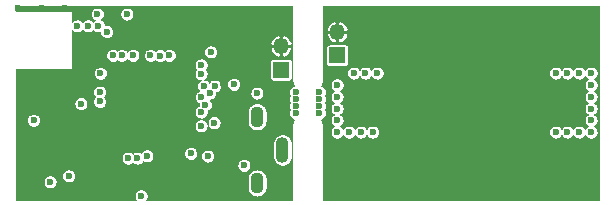
<source format=gbr>
%TF.GenerationSoftware,KiCad,Pcbnew,5.1.6-c6e7f7d~87~ubuntu18.04.1*%
%TF.CreationDate,2020-08-02T20:24:30+02:00*%
%TF.ProjectId,SKnob,534b6e6f-622e-46b6-9963-61645f706362,1.0*%
%TF.SameCoordinates,Original*%
%TF.FileFunction,Copper,L2,Inr*%
%TF.FilePolarity,Positive*%
%FSLAX46Y46*%
G04 Gerber Fmt 4.6, Leading zero omitted, Abs format (unit mm)*
G04 Created by KiCad (PCBNEW 5.1.6-c6e7f7d~87~ubuntu18.04.1) date 2020-08-02 20:24:30*
%MOMM*%
%LPD*%
G01*
G04 APERTURE LIST*
%TA.AperFunction,ViaPad*%
%ADD10O,1.100000X2.200000*%
%TD*%
%TA.AperFunction,ViaPad*%
%ADD11O,1.100000X1.800000*%
%TD*%
%TA.AperFunction,ViaPad*%
%ADD12O,1.350000X1.350000*%
%TD*%
%TA.AperFunction,ViaPad*%
%ADD13R,1.350000X1.350000*%
%TD*%
%TA.AperFunction,ViaPad*%
%ADD14C,0.600000*%
%TD*%
%TA.AperFunction,Conductor*%
%ADD15C,0.100000*%
%TD*%
G04 APERTURE END LIST*
D10*
%TO.N,Net-(C1-Pad1)*%
%TO.C,J1*%
X125875000Y-84500000D03*
D11*
X123725000Y-81700000D03*
X123725000Y-87300000D03*
%TD*%
D12*
%TO.N,GND*%
%TO.C,J3*%
X130500000Y-74500000D03*
D13*
%TO.N,+BATT*%
X130500000Y-76500000D03*
%TD*%
D12*
%TO.N,GND*%
%TO.C,J2*%
X125750000Y-75700000D03*
D13*
%TO.N,+BATT*%
X125750000Y-77700000D03*
%TD*%
D14*
%TO.N,*%
X127000000Y-81400000D03*
X127000000Y-80800000D03*
X127000000Y-80200000D03*
X127000000Y-79600000D03*
X129000000Y-80800000D03*
X129000000Y-80200000D03*
X129000000Y-81400000D03*
X129000000Y-79600000D03*
%TO.N,GND*%
X107000000Y-78000000D03*
X108000000Y-78000000D03*
X104650000Y-79350000D03*
X104300000Y-78200000D03*
X105850000Y-78200000D03*
X106150000Y-80850000D03*
X106900000Y-81600000D03*
X105400000Y-80100000D03*
X109400000Y-75600000D03*
X112500000Y-83000000D03*
X114000000Y-83000000D03*
X117000000Y-83000000D03*
X117000000Y-81500000D03*
X112500000Y-81500000D03*
X112500000Y-80000000D03*
X114000000Y-80000000D03*
X115500000Y-80000000D03*
X117000000Y-80000000D03*
X117000000Y-78500000D03*
X115500000Y-78500000D03*
X114000000Y-78500000D03*
X112500000Y-78500000D03*
X108800000Y-87100000D03*
X112300000Y-88200000D03*
X121100000Y-79700000D03*
X120800000Y-76200000D03*
X119000000Y-75600000D03*
X121750000Y-76250000D03*
X113965000Y-81465000D03*
X115520189Y-81479811D03*
X115520189Y-82979811D03*
X108800000Y-78200000D03*
X112400000Y-86700000D03*
X132500000Y-74100000D03*
X133500000Y-74100000D03*
X130600000Y-87000000D03*
X132600000Y-87000000D03*
X123200000Y-77599998D03*
X121600000Y-87000000D03*
X119700000Y-87000000D03*
X117100000Y-88000000D03*
X118900000Y-87000000D03*
X120869478Y-78795509D03*
X112000000Y-75500000D03*
X108700000Y-79580000D03*
X108000000Y-80500000D03*
X107250000Y-79750000D03*
X106500000Y-79000000D03*
X107699998Y-82400000D03*
X103500000Y-72500000D03*
X105500000Y-72500000D03*
X107500000Y-72500000D03*
X103600000Y-78000000D03*
X103600000Y-80000000D03*
X103600000Y-82000000D03*
X103600000Y-84000000D03*
X103600000Y-86000000D03*
X103600000Y-88000000D03*
X104500000Y-88400000D03*
X106500000Y-88400000D03*
X108500000Y-88400000D03*
X126400000Y-88400000D03*
X125000000Y-88400000D03*
X126400000Y-87000000D03*
X125900000Y-82000000D03*
X125900000Y-80750000D03*
X115099981Y-74500007D03*
X152000000Y-72750000D03*
X150000000Y-72750000D03*
X147500000Y-72750000D03*
X145000000Y-72750000D03*
X142500000Y-72750000D03*
X140000000Y-72750000D03*
X137500000Y-72750000D03*
X135000000Y-72750000D03*
X132500000Y-72750000D03*
X130000000Y-72750000D03*
X150000000Y-88250000D03*
X152000000Y-88250000D03*
X147500000Y-88250000D03*
X145000000Y-88250000D03*
X142500000Y-88250000D03*
X140000000Y-88250000D03*
X137500000Y-88250000D03*
X135000000Y-88250000D03*
X132500000Y-88250000D03*
X130000000Y-88250000D03*
X126375000Y-73050000D03*
X122904439Y-82689862D03*
%TO.N,+BATT*%
X130500000Y-80000000D03*
X130500000Y-79000000D03*
X119800000Y-76200000D03*
X121750000Y-78950000D03*
X149000000Y-78000000D03*
X150000000Y-78000000D03*
X151000000Y-78000000D03*
X152000000Y-78000000D03*
X152000000Y-79000000D03*
X152000000Y-80000000D03*
X152000000Y-81000000D03*
X152000000Y-82000000D03*
X152000000Y-83000000D03*
X151000000Y-83000000D03*
X150000000Y-83000000D03*
X149000000Y-83000000D03*
X133900000Y-78000000D03*
X132900000Y-78000000D03*
X131900000Y-78000000D03*
X133500000Y-83000000D03*
X132500000Y-83000000D03*
X131500000Y-83000000D03*
X130500000Y-83000000D03*
X130500000Y-82000000D03*
X130500000Y-81000000D03*
X112700010Y-72999990D03*
X110991954Y-74491954D03*
X109400002Y-73999996D03*
X119000000Y-77300000D03*
X119539454Y-85029089D03*
X123699994Y-79700000D03*
X107780000Y-86700000D03*
X113899998Y-88400000D03*
X108815008Y-80585000D03*
X110465589Y-78015589D03*
X106200000Y-87200000D03*
%TO.N,+5V*%
X122600000Y-85800000D03*
X120100004Y-82199996D03*
%TO.N,/BOOT*%
X110200000Y-73000000D03*
X116300000Y-76500000D03*
%TO.N,/I2C1_SCL*%
X115520189Y-76520189D03*
X110300000Y-74000000D03*
%TO.N,/I2C1_SDA*%
X114700000Y-76500000D03*
X108500000Y-74000000D03*
%TO.N,/USART1_TX*%
X110400000Y-79600000D03*
%TO.N,/USART1_RX*%
X118100000Y-84800000D03*
%TO.N,/PB2*%
X110400000Y-80400000D03*
%TO.N,/PB0*%
X112800000Y-85200000D03*
%TO.N,/PB1*%
X113600000Y-85200000D03*
%TO.N,/PB5*%
X119200000Y-79100000D03*
%TO.N,/PB6*%
X120125504Y-79100000D03*
%TO.N,/PB7*%
X118989471Y-78057303D03*
%TO.N,/PB3_JTDO-SWO*%
X119008986Y-80050012D03*
%TO.N,/PB4_JTRST*%
X119699996Y-79700000D03*
%TO.N,/JTMS-SWDIO*%
X118989433Y-82462736D03*
%TO.N,/JTCK-SWCLK*%
X119000000Y-81300000D03*
%TO.N,/JTDI*%
X119344652Y-80664296D03*
%TO.N,/WKUP1*%
X113200000Y-76500000D03*
%TO.N,/LPUART1_TX*%
X112250000Y-76500000D03*
%TO.N,/LPUART1_RX*%
X111500000Y-76500000D03*
%TO.N,/BUZZER*%
X114400000Y-85000000D03*
X104800000Y-82000000D03*
%TD*%
D15*
%TO.N,GND*%
G36*
X126700000Y-78514732D02*
G01*
X126700102Y-78515768D01*
X126700104Y-78516046D01*
X126700510Y-78519907D01*
X126701529Y-78530257D01*
X126701529Y-78543237D01*
X126701967Y-78547403D01*
X126723722Y-78741352D01*
X126729374Y-78767946D01*
X126734656Y-78794622D01*
X126735895Y-78798624D01*
X126794908Y-78984654D01*
X126805615Y-79009635D01*
X126815980Y-79034784D01*
X126817971Y-79038464D01*
X126817973Y-79038469D01*
X126817976Y-79038473D01*
X126836607Y-79072364D01*
X126739477Y-79112597D01*
X126649396Y-79172787D01*
X126572787Y-79249396D01*
X126512597Y-79339477D01*
X126471136Y-79439571D01*
X126450000Y-79545830D01*
X126450000Y-79654170D01*
X126471136Y-79760429D01*
X126512597Y-79860523D01*
X126538975Y-79900000D01*
X126512597Y-79939477D01*
X126471136Y-80039571D01*
X126450000Y-80145830D01*
X126450000Y-80254170D01*
X126471136Y-80360429D01*
X126512597Y-80460523D01*
X126538975Y-80500000D01*
X126512597Y-80539477D01*
X126471136Y-80639571D01*
X126450000Y-80745830D01*
X126450000Y-80854170D01*
X126471136Y-80960429D01*
X126512597Y-81060523D01*
X126538975Y-81100000D01*
X126512597Y-81139477D01*
X126471136Y-81239571D01*
X126450000Y-81345830D01*
X126450000Y-81454170D01*
X126471136Y-81560429D01*
X126512597Y-81660523D01*
X126572787Y-81750604D01*
X126649396Y-81827213D01*
X126739477Y-81887403D01*
X126837254Y-81927904D01*
X126810570Y-81978089D01*
X126800213Y-82003217D01*
X126789497Y-82028219D01*
X126788258Y-82032220D01*
X126731849Y-82219057D01*
X126726566Y-82245737D01*
X126720914Y-82272325D01*
X126720478Y-82276480D01*
X126720476Y-82276491D01*
X126720476Y-82276501D01*
X126701432Y-82470725D01*
X126701432Y-82470737D01*
X126700001Y-82485267D01*
X126700000Y-88700000D01*
X114361023Y-88700000D01*
X114387401Y-88660523D01*
X114428862Y-88560429D01*
X114449998Y-88454170D01*
X114449998Y-88345830D01*
X114428862Y-88239571D01*
X114387401Y-88139477D01*
X114327211Y-88049396D01*
X114250602Y-87972787D01*
X114160521Y-87912597D01*
X114060427Y-87871136D01*
X113954168Y-87850000D01*
X113845828Y-87850000D01*
X113739569Y-87871136D01*
X113639475Y-87912597D01*
X113549394Y-87972787D01*
X113472785Y-88049396D01*
X113412595Y-88139477D01*
X113371134Y-88239571D01*
X113349998Y-88345830D01*
X113349998Y-88454170D01*
X113371134Y-88560429D01*
X113412595Y-88660523D01*
X113438973Y-88700000D01*
X103300000Y-88700000D01*
X103300000Y-87145830D01*
X105650000Y-87145830D01*
X105650000Y-87254170D01*
X105671136Y-87360429D01*
X105712597Y-87460523D01*
X105772787Y-87550604D01*
X105849396Y-87627213D01*
X105939477Y-87687403D01*
X106039571Y-87728864D01*
X106145830Y-87750000D01*
X106254170Y-87750000D01*
X106360429Y-87728864D01*
X106460523Y-87687403D01*
X106550604Y-87627213D01*
X106627213Y-87550604D01*
X106687403Y-87460523D01*
X106728864Y-87360429D01*
X106750000Y-87254170D01*
X106750000Y-87145830D01*
X106728864Y-87039571D01*
X106687403Y-86939477D01*
X106627213Y-86849396D01*
X106550604Y-86772787D01*
X106460523Y-86712597D01*
X106360429Y-86671136D01*
X106254170Y-86650000D01*
X106145830Y-86650000D01*
X106039571Y-86671136D01*
X105939477Y-86712597D01*
X105849396Y-86772787D01*
X105772787Y-86849396D01*
X105712597Y-86939477D01*
X105671136Y-87039571D01*
X105650000Y-87145830D01*
X103300000Y-87145830D01*
X103300000Y-86645830D01*
X107230000Y-86645830D01*
X107230000Y-86754170D01*
X107251136Y-86860429D01*
X107292597Y-86960523D01*
X107352787Y-87050604D01*
X107429396Y-87127213D01*
X107519477Y-87187403D01*
X107619571Y-87228864D01*
X107725830Y-87250000D01*
X107834170Y-87250000D01*
X107940429Y-87228864D01*
X108040523Y-87187403D01*
X108130604Y-87127213D01*
X108207213Y-87050604D01*
X108267403Y-86960523D01*
X108288037Y-86910708D01*
X122925000Y-86910708D01*
X122925000Y-87689293D01*
X122936576Y-87806827D01*
X122982322Y-87957628D01*
X123056608Y-88096606D01*
X123156579Y-88218422D01*
X123278395Y-88318393D01*
X123417373Y-88392679D01*
X123568174Y-88438424D01*
X123725000Y-88453870D01*
X123881827Y-88438424D01*
X124032628Y-88392679D01*
X124171606Y-88318393D01*
X124293422Y-88218422D01*
X124393393Y-88096606D01*
X124467679Y-87957628D01*
X124513424Y-87806827D01*
X124525000Y-87689293D01*
X124525000Y-86910707D01*
X124513424Y-86793173D01*
X124467679Y-86642372D01*
X124393393Y-86503394D01*
X124293422Y-86381578D01*
X124171605Y-86281607D01*
X124032627Y-86207321D01*
X123881826Y-86161576D01*
X123725000Y-86146130D01*
X123568173Y-86161576D01*
X123417372Y-86207321D01*
X123278394Y-86281607D01*
X123156578Y-86381578D01*
X123056607Y-86503395D01*
X122982321Y-86642373D01*
X122936576Y-86793174D01*
X122925000Y-86910708D01*
X108288037Y-86910708D01*
X108308864Y-86860429D01*
X108330000Y-86754170D01*
X108330000Y-86645830D01*
X108308864Y-86539571D01*
X108267403Y-86439477D01*
X108207213Y-86349396D01*
X108130604Y-86272787D01*
X108040523Y-86212597D01*
X107940429Y-86171136D01*
X107834170Y-86150000D01*
X107725830Y-86150000D01*
X107619571Y-86171136D01*
X107519477Y-86212597D01*
X107429396Y-86272787D01*
X107352787Y-86349396D01*
X107292597Y-86439477D01*
X107251136Y-86539571D01*
X107230000Y-86645830D01*
X103300000Y-86645830D01*
X103300000Y-85145830D01*
X112250000Y-85145830D01*
X112250000Y-85254170D01*
X112271136Y-85360429D01*
X112312597Y-85460523D01*
X112372787Y-85550604D01*
X112449396Y-85627213D01*
X112539477Y-85687403D01*
X112639571Y-85728864D01*
X112745830Y-85750000D01*
X112854170Y-85750000D01*
X112960429Y-85728864D01*
X113060523Y-85687403D01*
X113150604Y-85627213D01*
X113200000Y-85577817D01*
X113249396Y-85627213D01*
X113339477Y-85687403D01*
X113439571Y-85728864D01*
X113545830Y-85750000D01*
X113654170Y-85750000D01*
X113675134Y-85745830D01*
X122050000Y-85745830D01*
X122050000Y-85854170D01*
X122071136Y-85960429D01*
X122112597Y-86060523D01*
X122172787Y-86150604D01*
X122249396Y-86227213D01*
X122339477Y-86287403D01*
X122439571Y-86328864D01*
X122545830Y-86350000D01*
X122654170Y-86350000D01*
X122760429Y-86328864D01*
X122860523Y-86287403D01*
X122950604Y-86227213D01*
X123027213Y-86150604D01*
X123087403Y-86060523D01*
X123128864Y-85960429D01*
X123150000Y-85854170D01*
X123150000Y-85745830D01*
X123128864Y-85639571D01*
X123087403Y-85539477D01*
X123027213Y-85449396D01*
X122950604Y-85372787D01*
X122860523Y-85312597D01*
X122760429Y-85271136D01*
X122654170Y-85250000D01*
X122545830Y-85250000D01*
X122439571Y-85271136D01*
X122339477Y-85312597D01*
X122249396Y-85372787D01*
X122172787Y-85449396D01*
X122112597Y-85539477D01*
X122071136Y-85639571D01*
X122050000Y-85745830D01*
X113675134Y-85745830D01*
X113760429Y-85728864D01*
X113860523Y-85687403D01*
X113950604Y-85627213D01*
X114027213Y-85550604D01*
X114087403Y-85460523D01*
X114089971Y-85454324D01*
X114139477Y-85487403D01*
X114239571Y-85528864D01*
X114345830Y-85550000D01*
X114454170Y-85550000D01*
X114560429Y-85528864D01*
X114660523Y-85487403D01*
X114750604Y-85427213D01*
X114827213Y-85350604D01*
X114887403Y-85260523D01*
X114928864Y-85160429D01*
X114950000Y-85054170D01*
X114950000Y-84945830D01*
X114928864Y-84839571D01*
X114890035Y-84745830D01*
X117550000Y-84745830D01*
X117550000Y-84854170D01*
X117571136Y-84960429D01*
X117612597Y-85060523D01*
X117672787Y-85150604D01*
X117749396Y-85227213D01*
X117839477Y-85287403D01*
X117939571Y-85328864D01*
X118045830Y-85350000D01*
X118154170Y-85350000D01*
X118260429Y-85328864D01*
X118360523Y-85287403D01*
X118450604Y-85227213D01*
X118527213Y-85150604D01*
X118587403Y-85060523D01*
X118622861Y-84974919D01*
X118989454Y-84974919D01*
X118989454Y-85083259D01*
X119010590Y-85189518D01*
X119052051Y-85289612D01*
X119112241Y-85379693D01*
X119188850Y-85456302D01*
X119278931Y-85516492D01*
X119379025Y-85557953D01*
X119485284Y-85579089D01*
X119593624Y-85579089D01*
X119699883Y-85557953D01*
X119799977Y-85516492D01*
X119890058Y-85456302D01*
X119966667Y-85379693D01*
X120026857Y-85289612D01*
X120068318Y-85189518D01*
X120089454Y-85083259D01*
X120089454Y-84974919D01*
X120068318Y-84868660D01*
X120026857Y-84768566D01*
X119966667Y-84678485D01*
X119890058Y-84601876D01*
X119799977Y-84541686D01*
X119699883Y-84500225D01*
X119593624Y-84479089D01*
X119485284Y-84479089D01*
X119379025Y-84500225D01*
X119278931Y-84541686D01*
X119188850Y-84601876D01*
X119112241Y-84678485D01*
X119052051Y-84768566D01*
X119010590Y-84868660D01*
X118989454Y-84974919D01*
X118622861Y-84974919D01*
X118628864Y-84960429D01*
X118650000Y-84854170D01*
X118650000Y-84745830D01*
X118628864Y-84639571D01*
X118587403Y-84539477D01*
X118527213Y-84449396D01*
X118450604Y-84372787D01*
X118360523Y-84312597D01*
X118260429Y-84271136D01*
X118154170Y-84250000D01*
X118045830Y-84250000D01*
X117939571Y-84271136D01*
X117839477Y-84312597D01*
X117749396Y-84372787D01*
X117672787Y-84449396D01*
X117612597Y-84539477D01*
X117571136Y-84639571D01*
X117550000Y-84745830D01*
X114890035Y-84745830D01*
X114887403Y-84739477D01*
X114827213Y-84649396D01*
X114750604Y-84572787D01*
X114660523Y-84512597D01*
X114560429Y-84471136D01*
X114454170Y-84450000D01*
X114345830Y-84450000D01*
X114239571Y-84471136D01*
X114139477Y-84512597D01*
X114049396Y-84572787D01*
X113972787Y-84649396D01*
X113912597Y-84739477D01*
X113910029Y-84745676D01*
X113860523Y-84712597D01*
X113760429Y-84671136D01*
X113654170Y-84650000D01*
X113545830Y-84650000D01*
X113439571Y-84671136D01*
X113339477Y-84712597D01*
X113249396Y-84772787D01*
X113200000Y-84822183D01*
X113150604Y-84772787D01*
X113060523Y-84712597D01*
X112960429Y-84671136D01*
X112854170Y-84650000D01*
X112745830Y-84650000D01*
X112639571Y-84671136D01*
X112539477Y-84712597D01*
X112449396Y-84772787D01*
X112372787Y-84849396D01*
X112312597Y-84939477D01*
X112271136Y-85039571D01*
X112250000Y-85145830D01*
X103300000Y-85145830D01*
X103300000Y-83910708D01*
X125075000Y-83910708D01*
X125075001Y-85089293D01*
X125086577Y-85206827D01*
X125132322Y-85357628D01*
X125206608Y-85496606D01*
X125306579Y-85618422D01*
X125428395Y-85718393D01*
X125567373Y-85792679D01*
X125718174Y-85838424D01*
X125875000Y-85853870D01*
X126031827Y-85838424D01*
X126182628Y-85792679D01*
X126321606Y-85718393D01*
X126443422Y-85618422D01*
X126543393Y-85496606D01*
X126617679Y-85357628D01*
X126663424Y-85206827D01*
X126675000Y-85089293D01*
X126675000Y-83910707D01*
X126663424Y-83793173D01*
X126617679Y-83642372D01*
X126543393Y-83503394D01*
X126443422Y-83381578D01*
X126321605Y-83281607D01*
X126182627Y-83207321D01*
X126031826Y-83161576D01*
X125875000Y-83146130D01*
X125718173Y-83161576D01*
X125567372Y-83207321D01*
X125428394Y-83281607D01*
X125306578Y-83381578D01*
X125206607Y-83503395D01*
X125132321Y-83642373D01*
X125086576Y-83793174D01*
X125075000Y-83910708D01*
X103300000Y-83910708D01*
X103300000Y-81945830D01*
X104250000Y-81945830D01*
X104250000Y-82054170D01*
X104271136Y-82160429D01*
X104312597Y-82260523D01*
X104372787Y-82350604D01*
X104449396Y-82427213D01*
X104539477Y-82487403D01*
X104639571Y-82528864D01*
X104745830Y-82550000D01*
X104854170Y-82550000D01*
X104960429Y-82528864D01*
X105060523Y-82487403D01*
X105150604Y-82427213D01*
X105169251Y-82408566D01*
X118439433Y-82408566D01*
X118439433Y-82516906D01*
X118460569Y-82623165D01*
X118502030Y-82723259D01*
X118562220Y-82813340D01*
X118638829Y-82889949D01*
X118728910Y-82950139D01*
X118829004Y-82991600D01*
X118935263Y-83012736D01*
X119043603Y-83012736D01*
X119149862Y-82991600D01*
X119249956Y-82950139D01*
X119340037Y-82889949D01*
X119416646Y-82813340D01*
X119476836Y-82723259D01*
X119518297Y-82623165D01*
X119539433Y-82516906D01*
X119539433Y-82408566D01*
X119518297Y-82302307D01*
X119476836Y-82202213D01*
X119439160Y-82145826D01*
X119550004Y-82145826D01*
X119550004Y-82254166D01*
X119571140Y-82360425D01*
X119612601Y-82460519D01*
X119672791Y-82550600D01*
X119749400Y-82627209D01*
X119839481Y-82687399D01*
X119939575Y-82728860D01*
X120045834Y-82749996D01*
X120154174Y-82749996D01*
X120260433Y-82728860D01*
X120360527Y-82687399D01*
X120450608Y-82627209D01*
X120527217Y-82550600D01*
X120587407Y-82460519D01*
X120628868Y-82360425D01*
X120650004Y-82254166D01*
X120650004Y-82145826D01*
X120628868Y-82039567D01*
X120587407Y-81939473D01*
X120527217Y-81849392D01*
X120450608Y-81772783D01*
X120360527Y-81712593D01*
X120260433Y-81671132D01*
X120154174Y-81649996D01*
X120045834Y-81649996D01*
X119939575Y-81671132D01*
X119839481Y-81712593D01*
X119749400Y-81772783D01*
X119672791Y-81849392D01*
X119612601Y-81939473D01*
X119571140Y-82039567D01*
X119550004Y-82145826D01*
X119439160Y-82145826D01*
X119416646Y-82112132D01*
X119340037Y-82035523D01*
X119249956Y-81975333D01*
X119149862Y-81933872D01*
X119043603Y-81912736D01*
X118935263Y-81912736D01*
X118829004Y-81933872D01*
X118728910Y-81975333D01*
X118638829Y-82035523D01*
X118562220Y-82112132D01*
X118502030Y-82202213D01*
X118460569Y-82302307D01*
X118439433Y-82408566D01*
X105169251Y-82408566D01*
X105227213Y-82350604D01*
X105287403Y-82260523D01*
X105328864Y-82160429D01*
X105350000Y-82054170D01*
X105350000Y-81945830D01*
X105328864Y-81839571D01*
X105287403Y-81739477D01*
X105227213Y-81649396D01*
X105150604Y-81572787D01*
X105060523Y-81512597D01*
X104960429Y-81471136D01*
X104854170Y-81450000D01*
X104745830Y-81450000D01*
X104639571Y-81471136D01*
X104539477Y-81512597D01*
X104449396Y-81572787D01*
X104372787Y-81649396D01*
X104312597Y-81739477D01*
X104271136Y-81839571D01*
X104250000Y-81945830D01*
X103300000Y-81945830D01*
X103300000Y-80530830D01*
X108265008Y-80530830D01*
X108265008Y-80639170D01*
X108286144Y-80745429D01*
X108327605Y-80845523D01*
X108387795Y-80935604D01*
X108464404Y-81012213D01*
X108554485Y-81072403D01*
X108654579Y-81113864D01*
X108760838Y-81135000D01*
X108869178Y-81135000D01*
X108975437Y-81113864D01*
X109075531Y-81072403D01*
X109165612Y-81012213D01*
X109242221Y-80935604D01*
X109302411Y-80845523D01*
X109343872Y-80745429D01*
X109365008Y-80639170D01*
X109365008Y-80530830D01*
X109343872Y-80424571D01*
X109302411Y-80324477D01*
X109242221Y-80234396D01*
X109165612Y-80157787D01*
X109075531Y-80097597D01*
X108975437Y-80056136D01*
X108869178Y-80035000D01*
X108760838Y-80035000D01*
X108654579Y-80056136D01*
X108554485Y-80097597D01*
X108464404Y-80157787D01*
X108387795Y-80234396D01*
X108327605Y-80324477D01*
X108286144Y-80424571D01*
X108265008Y-80530830D01*
X103300000Y-80530830D01*
X103300000Y-79545830D01*
X109850000Y-79545830D01*
X109850000Y-79654170D01*
X109871136Y-79760429D01*
X109912597Y-79860523D01*
X109972787Y-79950604D01*
X110022183Y-80000000D01*
X109972787Y-80049396D01*
X109912597Y-80139477D01*
X109871136Y-80239571D01*
X109850000Y-80345830D01*
X109850000Y-80454170D01*
X109871136Y-80560429D01*
X109912597Y-80660523D01*
X109972787Y-80750604D01*
X110049396Y-80827213D01*
X110139477Y-80887403D01*
X110239571Y-80928864D01*
X110345830Y-80950000D01*
X110454170Y-80950000D01*
X110560429Y-80928864D01*
X110660523Y-80887403D01*
X110750604Y-80827213D01*
X110827213Y-80750604D01*
X110887403Y-80660523D01*
X110928864Y-80560429D01*
X110950000Y-80454170D01*
X110950000Y-80345830D01*
X110928864Y-80239571D01*
X110887403Y-80139477D01*
X110827213Y-80049396D01*
X110777817Y-80000000D01*
X110827213Y-79950604D01*
X110887403Y-79860523D01*
X110928864Y-79760429D01*
X110950000Y-79654170D01*
X110950000Y-79545830D01*
X110928864Y-79439571D01*
X110887403Y-79339477D01*
X110827213Y-79249396D01*
X110750604Y-79172787D01*
X110660523Y-79112597D01*
X110560429Y-79071136D01*
X110454170Y-79050000D01*
X110345830Y-79050000D01*
X110239571Y-79071136D01*
X110139477Y-79112597D01*
X110049396Y-79172787D01*
X109972787Y-79249396D01*
X109912597Y-79339477D01*
X109871136Y-79439571D01*
X109850000Y-79545830D01*
X103300000Y-79545830D01*
X103300000Y-77961419D01*
X109915589Y-77961419D01*
X109915589Y-78069759D01*
X109936725Y-78176018D01*
X109978186Y-78276112D01*
X110038376Y-78366193D01*
X110114985Y-78442802D01*
X110205066Y-78502992D01*
X110305160Y-78544453D01*
X110411419Y-78565589D01*
X110519759Y-78565589D01*
X110626018Y-78544453D01*
X110726112Y-78502992D01*
X110816193Y-78442802D01*
X110892802Y-78366193D01*
X110952992Y-78276112D01*
X110994453Y-78176018D01*
X111015589Y-78069759D01*
X111015589Y-78003133D01*
X118439471Y-78003133D01*
X118439471Y-78111473D01*
X118460607Y-78217732D01*
X118502068Y-78317826D01*
X118562258Y-78407907D01*
X118638867Y-78484516D01*
X118728948Y-78544706D01*
X118829042Y-78586167D01*
X118935301Y-78607303D01*
X118952258Y-78607303D01*
X118939477Y-78612597D01*
X118849396Y-78672787D01*
X118772787Y-78749396D01*
X118712597Y-78839477D01*
X118671136Y-78939571D01*
X118650000Y-79045830D01*
X118650000Y-79154170D01*
X118671136Y-79260429D01*
X118712597Y-79360523D01*
X118772787Y-79450604D01*
X118844862Y-79522679D01*
X118748463Y-79562609D01*
X118658382Y-79622799D01*
X118581773Y-79699408D01*
X118521583Y-79789489D01*
X118480122Y-79889583D01*
X118458986Y-79995842D01*
X118458986Y-80104182D01*
X118480122Y-80210441D01*
X118521583Y-80310535D01*
X118581773Y-80400616D01*
X118658382Y-80477225D01*
X118748463Y-80537415D01*
X118804498Y-80560626D01*
X118794652Y-80610126D01*
X118794652Y-80718466D01*
X118807750Y-80784317D01*
X118739477Y-80812597D01*
X118649396Y-80872787D01*
X118572787Y-80949396D01*
X118512597Y-81039477D01*
X118471136Y-81139571D01*
X118450000Y-81245830D01*
X118450000Y-81354170D01*
X118471136Y-81460429D01*
X118512597Y-81560523D01*
X118572787Y-81650604D01*
X118649396Y-81727213D01*
X118739477Y-81787403D01*
X118839571Y-81828864D01*
X118945830Y-81850000D01*
X119054170Y-81850000D01*
X119160429Y-81828864D01*
X119260523Y-81787403D01*
X119350604Y-81727213D01*
X119427213Y-81650604D01*
X119487403Y-81560523D01*
X119528864Y-81460429D01*
X119550000Y-81354170D01*
X119550000Y-81310708D01*
X122925000Y-81310708D01*
X122925000Y-82089293D01*
X122936576Y-82206827D01*
X122982322Y-82357628D01*
X123056608Y-82496606D01*
X123156579Y-82618422D01*
X123278395Y-82718393D01*
X123417373Y-82792679D01*
X123568174Y-82838424D01*
X123725000Y-82853870D01*
X123881827Y-82838424D01*
X124032628Y-82792679D01*
X124171606Y-82718393D01*
X124293422Y-82618422D01*
X124393393Y-82496606D01*
X124467679Y-82357628D01*
X124513424Y-82206827D01*
X124525000Y-82089293D01*
X124525000Y-81310707D01*
X124513424Y-81193173D01*
X124467679Y-81042372D01*
X124393393Y-80903394D01*
X124293422Y-80781578D01*
X124171605Y-80681607D01*
X124032627Y-80607321D01*
X123881826Y-80561576D01*
X123725000Y-80546130D01*
X123568173Y-80561576D01*
X123417372Y-80607321D01*
X123278394Y-80681607D01*
X123156578Y-80781578D01*
X123056607Y-80903395D01*
X122982321Y-81042373D01*
X122936576Y-81193174D01*
X122925000Y-81310708D01*
X119550000Y-81310708D01*
X119550000Y-81245830D01*
X119536902Y-81179979D01*
X119605175Y-81151699D01*
X119695256Y-81091509D01*
X119771865Y-81014900D01*
X119832055Y-80924819D01*
X119873516Y-80824725D01*
X119894652Y-80718466D01*
X119894652Y-80610126D01*
X119873516Y-80503867D01*
X119832055Y-80403773D01*
X119771865Y-80313692D01*
X119708173Y-80250000D01*
X119754166Y-80250000D01*
X119860425Y-80228864D01*
X119960519Y-80187403D01*
X120050600Y-80127213D01*
X120127209Y-80050604D01*
X120187399Y-79960523D01*
X120228860Y-79860429D01*
X120249996Y-79754170D01*
X120249996Y-79645830D01*
X123149994Y-79645830D01*
X123149994Y-79754170D01*
X123171130Y-79860429D01*
X123212591Y-79960523D01*
X123272781Y-80050604D01*
X123349390Y-80127213D01*
X123439471Y-80187403D01*
X123539565Y-80228864D01*
X123645824Y-80250000D01*
X123754164Y-80250000D01*
X123860423Y-80228864D01*
X123960517Y-80187403D01*
X124050598Y-80127213D01*
X124127207Y-80050604D01*
X124187397Y-79960523D01*
X124228858Y-79860429D01*
X124249994Y-79754170D01*
X124249994Y-79645830D01*
X124228858Y-79539571D01*
X124187397Y-79439477D01*
X124127207Y-79349396D01*
X124050598Y-79272787D01*
X123960517Y-79212597D01*
X123860423Y-79171136D01*
X123754164Y-79150000D01*
X123645824Y-79150000D01*
X123539565Y-79171136D01*
X123439471Y-79212597D01*
X123349390Y-79272787D01*
X123272781Y-79349396D01*
X123212591Y-79439477D01*
X123171130Y-79539571D01*
X123149994Y-79645830D01*
X120249996Y-79645830D01*
X120248117Y-79636386D01*
X120285933Y-79628864D01*
X120386027Y-79587403D01*
X120476108Y-79527213D01*
X120552717Y-79450604D01*
X120612907Y-79360523D01*
X120654368Y-79260429D01*
X120675504Y-79154170D01*
X120675504Y-79045830D01*
X120654368Y-78939571D01*
X120636250Y-78895830D01*
X121200000Y-78895830D01*
X121200000Y-79004170D01*
X121221136Y-79110429D01*
X121262597Y-79210523D01*
X121322787Y-79300604D01*
X121399396Y-79377213D01*
X121489477Y-79437403D01*
X121589571Y-79478864D01*
X121695830Y-79500000D01*
X121804170Y-79500000D01*
X121910429Y-79478864D01*
X122010523Y-79437403D01*
X122100604Y-79377213D01*
X122177213Y-79300604D01*
X122237403Y-79210523D01*
X122278864Y-79110429D01*
X122300000Y-79004170D01*
X122300000Y-78895830D01*
X122278864Y-78789571D01*
X122237403Y-78689477D01*
X122177213Y-78599396D01*
X122100604Y-78522787D01*
X122010523Y-78462597D01*
X121910429Y-78421136D01*
X121804170Y-78400000D01*
X121695830Y-78400000D01*
X121589571Y-78421136D01*
X121489477Y-78462597D01*
X121399396Y-78522787D01*
X121322787Y-78599396D01*
X121262597Y-78689477D01*
X121221136Y-78789571D01*
X121200000Y-78895830D01*
X120636250Y-78895830D01*
X120612907Y-78839477D01*
X120552717Y-78749396D01*
X120476108Y-78672787D01*
X120386027Y-78612597D01*
X120285933Y-78571136D01*
X120179674Y-78550000D01*
X120071334Y-78550000D01*
X119965075Y-78571136D01*
X119864981Y-78612597D01*
X119774900Y-78672787D01*
X119698291Y-78749396D01*
X119662752Y-78802584D01*
X119627213Y-78749396D01*
X119550604Y-78672787D01*
X119460523Y-78612597D01*
X119360429Y-78571136D01*
X119254170Y-78550000D01*
X119237213Y-78550000D01*
X119249994Y-78544706D01*
X119340075Y-78484516D01*
X119416684Y-78407907D01*
X119476874Y-78317826D01*
X119518335Y-78217732D01*
X119539471Y-78111473D01*
X119539471Y-78003133D01*
X119518335Y-77896874D01*
X119476874Y-77796780D01*
X119416684Y-77706699D01*
X119393901Y-77683916D01*
X119427213Y-77650604D01*
X119487403Y-77560523D01*
X119528864Y-77460429D01*
X119550000Y-77354170D01*
X119550000Y-77245830D01*
X119528864Y-77139571D01*
X119487403Y-77039477D01*
X119477730Y-77025000D01*
X124823791Y-77025000D01*
X124823791Y-78375000D01*
X124828618Y-78424008D01*
X124842913Y-78471134D01*
X124866127Y-78514564D01*
X124897368Y-78552632D01*
X124935436Y-78583873D01*
X124978866Y-78607087D01*
X125025992Y-78621382D01*
X125075000Y-78626209D01*
X126425000Y-78626209D01*
X126474008Y-78621382D01*
X126521134Y-78607087D01*
X126564564Y-78583873D01*
X126602632Y-78552632D01*
X126633873Y-78514564D01*
X126657087Y-78471134D01*
X126671382Y-78424008D01*
X126676209Y-78375000D01*
X126676209Y-77025000D01*
X126671382Y-76975992D01*
X126657087Y-76928866D01*
X126633873Y-76885436D01*
X126602632Y-76847368D01*
X126564564Y-76816127D01*
X126521134Y-76792913D01*
X126474008Y-76778618D01*
X126425000Y-76773791D01*
X125075000Y-76773791D01*
X125025992Y-76778618D01*
X124978866Y-76792913D01*
X124935436Y-76816127D01*
X124897368Y-76847368D01*
X124866127Y-76885436D01*
X124842913Y-76928866D01*
X124828618Y-76975992D01*
X124823791Y-77025000D01*
X119477730Y-77025000D01*
X119427213Y-76949396D01*
X119350604Y-76872787D01*
X119260523Y-76812597D01*
X119160429Y-76771136D01*
X119054170Y-76750000D01*
X118945830Y-76750000D01*
X118839571Y-76771136D01*
X118739477Y-76812597D01*
X118649396Y-76872787D01*
X118572787Y-76949396D01*
X118512597Y-77039477D01*
X118471136Y-77139571D01*
X118450000Y-77245830D01*
X118450000Y-77354170D01*
X118471136Y-77460429D01*
X118512597Y-77560523D01*
X118572787Y-77650604D01*
X118595570Y-77673387D01*
X118562258Y-77706699D01*
X118502068Y-77796780D01*
X118460607Y-77896874D01*
X118439471Y-78003133D01*
X111015589Y-78003133D01*
X111015589Y-77961419D01*
X110994453Y-77855160D01*
X110952992Y-77755066D01*
X110892802Y-77664985D01*
X110816193Y-77588376D01*
X110726112Y-77528186D01*
X110626018Y-77486725D01*
X110519759Y-77465589D01*
X110411419Y-77465589D01*
X110305160Y-77486725D01*
X110205066Y-77528186D01*
X110114985Y-77588376D01*
X110038376Y-77664985D01*
X109978186Y-77755066D01*
X109936725Y-77855160D01*
X109915589Y-77961419D01*
X103300000Y-77961419D01*
X103300000Y-77650000D01*
X108000000Y-77650000D01*
X108009755Y-77649039D01*
X108019134Y-77646194D01*
X108027779Y-77641573D01*
X108035355Y-77635355D01*
X108041573Y-77627779D01*
X108046194Y-77619134D01*
X108049039Y-77609755D01*
X108050000Y-77600000D01*
X108050000Y-76445830D01*
X110950000Y-76445830D01*
X110950000Y-76554170D01*
X110971136Y-76660429D01*
X111012597Y-76760523D01*
X111072787Y-76850604D01*
X111149396Y-76927213D01*
X111239477Y-76987403D01*
X111339571Y-77028864D01*
X111445830Y-77050000D01*
X111554170Y-77050000D01*
X111660429Y-77028864D01*
X111760523Y-76987403D01*
X111850604Y-76927213D01*
X111875000Y-76902817D01*
X111899396Y-76927213D01*
X111989477Y-76987403D01*
X112089571Y-77028864D01*
X112195830Y-77050000D01*
X112304170Y-77050000D01*
X112410429Y-77028864D01*
X112510523Y-76987403D01*
X112600604Y-76927213D01*
X112677213Y-76850604D01*
X112725000Y-76779085D01*
X112772787Y-76850604D01*
X112849396Y-76927213D01*
X112939477Y-76987403D01*
X113039571Y-77028864D01*
X113145830Y-77050000D01*
X113254170Y-77050000D01*
X113360429Y-77028864D01*
X113460523Y-76987403D01*
X113550604Y-76927213D01*
X113627213Y-76850604D01*
X113687403Y-76760523D01*
X113728864Y-76660429D01*
X113750000Y-76554170D01*
X113750000Y-76445830D01*
X114150000Y-76445830D01*
X114150000Y-76554170D01*
X114171136Y-76660429D01*
X114212597Y-76760523D01*
X114272787Y-76850604D01*
X114349396Y-76927213D01*
X114439477Y-76987403D01*
X114539571Y-77028864D01*
X114645830Y-77050000D01*
X114754170Y-77050000D01*
X114860429Y-77028864D01*
X114960523Y-76987403D01*
X115050604Y-76927213D01*
X115100000Y-76877817D01*
X115169585Y-76947402D01*
X115259666Y-77007592D01*
X115359760Y-77049053D01*
X115466019Y-77070189D01*
X115574359Y-77070189D01*
X115680618Y-77049053D01*
X115780712Y-77007592D01*
X115870793Y-76947402D01*
X115920189Y-76898006D01*
X115949396Y-76927213D01*
X116039477Y-76987403D01*
X116139571Y-77028864D01*
X116245830Y-77050000D01*
X116354170Y-77050000D01*
X116460429Y-77028864D01*
X116560523Y-76987403D01*
X116650604Y-76927213D01*
X116727213Y-76850604D01*
X116787403Y-76760523D01*
X116828864Y-76660429D01*
X116850000Y-76554170D01*
X116850000Y-76445830D01*
X116828864Y-76339571D01*
X116787403Y-76239477D01*
X116727213Y-76149396D01*
X116723647Y-76145830D01*
X119250000Y-76145830D01*
X119250000Y-76254170D01*
X119271136Y-76360429D01*
X119312597Y-76460523D01*
X119372787Y-76550604D01*
X119449396Y-76627213D01*
X119539477Y-76687403D01*
X119639571Y-76728864D01*
X119745830Y-76750000D01*
X119854170Y-76750000D01*
X119960429Y-76728864D01*
X120060523Y-76687403D01*
X120150604Y-76627213D01*
X120227213Y-76550604D01*
X120287403Y-76460523D01*
X120328864Y-76360429D01*
X120350000Y-76254170D01*
X120350000Y-76145830D01*
X120328864Y-76039571D01*
X120288707Y-75942623D01*
X124857386Y-75942623D01*
X124873019Y-75994178D01*
X124947261Y-76159616D01*
X125052352Y-76307391D01*
X125184253Y-76431825D01*
X125337896Y-76528135D01*
X125507376Y-76592620D01*
X125650000Y-76557085D01*
X125650000Y-75800000D01*
X125850000Y-75800000D01*
X125850000Y-76557085D01*
X125992624Y-76592620D01*
X126162104Y-76528135D01*
X126315747Y-76431825D01*
X126447648Y-76307391D01*
X126552739Y-76159616D01*
X126626981Y-75994178D01*
X126642614Y-75942623D01*
X126606683Y-75800000D01*
X125850000Y-75800000D01*
X125650000Y-75800000D01*
X124893317Y-75800000D01*
X124857386Y-75942623D01*
X120288707Y-75942623D01*
X120287403Y-75939477D01*
X120227213Y-75849396D01*
X120150604Y-75772787D01*
X120060523Y-75712597D01*
X119960429Y-75671136D01*
X119854170Y-75650000D01*
X119745830Y-75650000D01*
X119639571Y-75671136D01*
X119539477Y-75712597D01*
X119449396Y-75772787D01*
X119372787Y-75849396D01*
X119312597Y-75939477D01*
X119271136Y-76039571D01*
X119250000Y-76145830D01*
X116723647Y-76145830D01*
X116650604Y-76072787D01*
X116560523Y-76012597D01*
X116460429Y-75971136D01*
X116354170Y-75950000D01*
X116245830Y-75950000D01*
X116139571Y-75971136D01*
X116039477Y-76012597D01*
X115949396Y-76072787D01*
X115900000Y-76122183D01*
X115870793Y-76092976D01*
X115780712Y-76032786D01*
X115680618Y-75991325D01*
X115574359Y-75970189D01*
X115466019Y-75970189D01*
X115359760Y-75991325D01*
X115259666Y-76032786D01*
X115169585Y-76092976D01*
X115120189Y-76142372D01*
X115050604Y-76072787D01*
X114960523Y-76012597D01*
X114860429Y-75971136D01*
X114754170Y-75950000D01*
X114645830Y-75950000D01*
X114539571Y-75971136D01*
X114439477Y-76012597D01*
X114349396Y-76072787D01*
X114272787Y-76149396D01*
X114212597Y-76239477D01*
X114171136Y-76339571D01*
X114150000Y-76445830D01*
X113750000Y-76445830D01*
X113728864Y-76339571D01*
X113687403Y-76239477D01*
X113627213Y-76149396D01*
X113550604Y-76072787D01*
X113460523Y-76012597D01*
X113360429Y-75971136D01*
X113254170Y-75950000D01*
X113145830Y-75950000D01*
X113039571Y-75971136D01*
X112939477Y-76012597D01*
X112849396Y-76072787D01*
X112772787Y-76149396D01*
X112725000Y-76220915D01*
X112677213Y-76149396D01*
X112600604Y-76072787D01*
X112510523Y-76012597D01*
X112410429Y-75971136D01*
X112304170Y-75950000D01*
X112195830Y-75950000D01*
X112089571Y-75971136D01*
X111989477Y-76012597D01*
X111899396Y-76072787D01*
X111875000Y-76097183D01*
X111850604Y-76072787D01*
X111760523Y-76012597D01*
X111660429Y-75971136D01*
X111554170Y-75950000D01*
X111445830Y-75950000D01*
X111339571Y-75971136D01*
X111239477Y-76012597D01*
X111149396Y-76072787D01*
X111072787Y-76149396D01*
X111012597Y-76239477D01*
X110971136Y-76339571D01*
X110950000Y-76445830D01*
X108050000Y-76445830D01*
X108050000Y-75457377D01*
X124857386Y-75457377D01*
X124893317Y-75600000D01*
X125650000Y-75600000D01*
X125650000Y-74842915D01*
X125850000Y-74842915D01*
X125850000Y-75600000D01*
X126606683Y-75600000D01*
X126642614Y-75457377D01*
X126626981Y-75405822D01*
X126552739Y-75240384D01*
X126447648Y-75092609D01*
X126315747Y-74968175D01*
X126162104Y-74871865D01*
X125992624Y-74807380D01*
X125850000Y-74842915D01*
X125650000Y-74842915D01*
X125507376Y-74807380D01*
X125337896Y-74871865D01*
X125184253Y-74968175D01*
X125052352Y-75092609D01*
X124947261Y-75240384D01*
X124873019Y-75405822D01*
X124857386Y-75457377D01*
X108050000Y-75457377D01*
X108050000Y-74316501D01*
X108072787Y-74350604D01*
X108149396Y-74427213D01*
X108239477Y-74487403D01*
X108339571Y-74528864D01*
X108445830Y-74550000D01*
X108554170Y-74550000D01*
X108660429Y-74528864D01*
X108760523Y-74487403D01*
X108850604Y-74427213D01*
X108927213Y-74350604D01*
X108950002Y-74316497D01*
X108972789Y-74350600D01*
X109049398Y-74427209D01*
X109139479Y-74487399D01*
X109239573Y-74528860D01*
X109345832Y-74549996D01*
X109454172Y-74549996D01*
X109560431Y-74528860D01*
X109660525Y-74487399D01*
X109750606Y-74427209D01*
X109827215Y-74350600D01*
X109850000Y-74316500D01*
X109872787Y-74350604D01*
X109949396Y-74427213D01*
X110039477Y-74487403D01*
X110139571Y-74528864D01*
X110245830Y-74550000D01*
X110354170Y-74550000D01*
X110441954Y-74532539D01*
X110441954Y-74546124D01*
X110463090Y-74652383D01*
X110504551Y-74752477D01*
X110564741Y-74842558D01*
X110641350Y-74919167D01*
X110731431Y-74979357D01*
X110831525Y-75020818D01*
X110937784Y-75041954D01*
X111046124Y-75041954D01*
X111152383Y-75020818D01*
X111252477Y-74979357D01*
X111342558Y-74919167D01*
X111419167Y-74842558D01*
X111479357Y-74752477D01*
X111520818Y-74652383D01*
X111541954Y-74546124D01*
X111541954Y-74437784D01*
X111520818Y-74331525D01*
X111479357Y-74231431D01*
X111419167Y-74141350D01*
X111342558Y-74064741D01*
X111252477Y-74004551D01*
X111152383Y-73963090D01*
X111046124Y-73941954D01*
X110937784Y-73941954D01*
X110850000Y-73959415D01*
X110850000Y-73945830D01*
X110828864Y-73839571D01*
X110787403Y-73739477D01*
X110727213Y-73649396D01*
X110650604Y-73572787D01*
X110560523Y-73512597D01*
X110475516Y-73477385D01*
X110550604Y-73427213D01*
X110627213Y-73350604D01*
X110687403Y-73260523D01*
X110728864Y-73160429D01*
X110750000Y-73054170D01*
X110750000Y-72945830D01*
X110749999Y-72945820D01*
X112150010Y-72945820D01*
X112150010Y-73054160D01*
X112171146Y-73160419D01*
X112212607Y-73260513D01*
X112272797Y-73350594D01*
X112349406Y-73427203D01*
X112439487Y-73487393D01*
X112539581Y-73528854D01*
X112645840Y-73549990D01*
X112754180Y-73549990D01*
X112860439Y-73528854D01*
X112960533Y-73487393D01*
X113050614Y-73427203D01*
X113127223Y-73350594D01*
X113187413Y-73260513D01*
X113228874Y-73160419D01*
X113250010Y-73054160D01*
X113250010Y-72945820D01*
X113228874Y-72839561D01*
X113187413Y-72739467D01*
X113127223Y-72649386D01*
X113050614Y-72572777D01*
X112960533Y-72512587D01*
X112860439Y-72471126D01*
X112754180Y-72449990D01*
X112645840Y-72449990D01*
X112539581Y-72471126D01*
X112439487Y-72512587D01*
X112349406Y-72572777D01*
X112272797Y-72649386D01*
X112212607Y-72739467D01*
X112171146Y-72839561D01*
X112150010Y-72945820D01*
X110749999Y-72945820D01*
X110728864Y-72839571D01*
X110687403Y-72739477D01*
X110627213Y-72649396D01*
X110550604Y-72572787D01*
X110460523Y-72512597D01*
X110360429Y-72471136D01*
X110254170Y-72450000D01*
X110145830Y-72450000D01*
X110039571Y-72471136D01*
X109939477Y-72512597D01*
X109849396Y-72572787D01*
X109772787Y-72649396D01*
X109712597Y-72739477D01*
X109671136Y-72839571D01*
X109650000Y-72945830D01*
X109650000Y-73054170D01*
X109671136Y-73160429D01*
X109712597Y-73260523D01*
X109772787Y-73350604D01*
X109849396Y-73427213D01*
X109939477Y-73487403D01*
X110024484Y-73522615D01*
X109949396Y-73572787D01*
X109872787Y-73649396D01*
X109850002Y-73683496D01*
X109827215Y-73649392D01*
X109750606Y-73572783D01*
X109660525Y-73512593D01*
X109560431Y-73471132D01*
X109454172Y-73449996D01*
X109345832Y-73449996D01*
X109239573Y-73471132D01*
X109139479Y-73512593D01*
X109049398Y-73572783D01*
X108972789Y-73649392D01*
X108950000Y-73683499D01*
X108927213Y-73649396D01*
X108850604Y-73572787D01*
X108760523Y-73512597D01*
X108660429Y-73471136D01*
X108554170Y-73450000D01*
X108445830Y-73450000D01*
X108339571Y-73471136D01*
X108239477Y-73512597D01*
X108149396Y-73572787D01*
X108072787Y-73649396D01*
X108050000Y-73683499D01*
X108050000Y-72800000D01*
X108049039Y-72790245D01*
X108046194Y-72780866D01*
X108041573Y-72772221D01*
X108035355Y-72764645D01*
X108027779Y-72758427D01*
X108019134Y-72753806D01*
X108009755Y-72750961D01*
X108000000Y-72750000D01*
X103300000Y-72750000D01*
X103300000Y-72300000D01*
X126700001Y-72300000D01*
X126700000Y-78514732D01*
G37*
X126700000Y-78514732D02*
X126700102Y-78515768D01*
X126700104Y-78516046D01*
X126700510Y-78519907D01*
X126701529Y-78530257D01*
X126701529Y-78543237D01*
X126701967Y-78547403D01*
X126723722Y-78741352D01*
X126729374Y-78767946D01*
X126734656Y-78794622D01*
X126735895Y-78798624D01*
X126794908Y-78984654D01*
X126805615Y-79009635D01*
X126815980Y-79034784D01*
X126817971Y-79038464D01*
X126817973Y-79038469D01*
X126817976Y-79038473D01*
X126836607Y-79072364D01*
X126739477Y-79112597D01*
X126649396Y-79172787D01*
X126572787Y-79249396D01*
X126512597Y-79339477D01*
X126471136Y-79439571D01*
X126450000Y-79545830D01*
X126450000Y-79654170D01*
X126471136Y-79760429D01*
X126512597Y-79860523D01*
X126538975Y-79900000D01*
X126512597Y-79939477D01*
X126471136Y-80039571D01*
X126450000Y-80145830D01*
X126450000Y-80254170D01*
X126471136Y-80360429D01*
X126512597Y-80460523D01*
X126538975Y-80500000D01*
X126512597Y-80539477D01*
X126471136Y-80639571D01*
X126450000Y-80745830D01*
X126450000Y-80854170D01*
X126471136Y-80960429D01*
X126512597Y-81060523D01*
X126538975Y-81100000D01*
X126512597Y-81139477D01*
X126471136Y-81239571D01*
X126450000Y-81345830D01*
X126450000Y-81454170D01*
X126471136Y-81560429D01*
X126512597Y-81660523D01*
X126572787Y-81750604D01*
X126649396Y-81827213D01*
X126739477Y-81887403D01*
X126837254Y-81927904D01*
X126810570Y-81978089D01*
X126800213Y-82003217D01*
X126789497Y-82028219D01*
X126788258Y-82032220D01*
X126731849Y-82219057D01*
X126726566Y-82245737D01*
X126720914Y-82272325D01*
X126720478Y-82276480D01*
X126720476Y-82276491D01*
X126720476Y-82276501D01*
X126701432Y-82470725D01*
X126701432Y-82470737D01*
X126700001Y-82485267D01*
X126700000Y-88700000D01*
X114361023Y-88700000D01*
X114387401Y-88660523D01*
X114428862Y-88560429D01*
X114449998Y-88454170D01*
X114449998Y-88345830D01*
X114428862Y-88239571D01*
X114387401Y-88139477D01*
X114327211Y-88049396D01*
X114250602Y-87972787D01*
X114160521Y-87912597D01*
X114060427Y-87871136D01*
X113954168Y-87850000D01*
X113845828Y-87850000D01*
X113739569Y-87871136D01*
X113639475Y-87912597D01*
X113549394Y-87972787D01*
X113472785Y-88049396D01*
X113412595Y-88139477D01*
X113371134Y-88239571D01*
X113349998Y-88345830D01*
X113349998Y-88454170D01*
X113371134Y-88560429D01*
X113412595Y-88660523D01*
X113438973Y-88700000D01*
X103300000Y-88700000D01*
X103300000Y-87145830D01*
X105650000Y-87145830D01*
X105650000Y-87254170D01*
X105671136Y-87360429D01*
X105712597Y-87460523D01*
X105772787Y-87550604D01*
X105849396Y-87627213D01*
X105939477Y-87687403D01*
X106039571Y-87728864D01*
X106145830Y-87750000D01*
X106254170Y-87750000D01*
X106360429Y-87728864D01*
X106460523Y-87687403D01*
X106550604Y-87627213D01*
X106627213Y-87550604D01*
X106687403Y-87460523D01*
X106728864Y-87360429D01*
X106750000Y-87254170D01*
X106750000Y-87145830D01*
X106728864Y-87039571D01*
X106687403Y-86939477D01*
X106627213Y-86849396D01*
X106550604Y-86772787D01*
X106460523Y-86712597D01*
X106360429Y-86671136D01*
X106254170Y-86650000D01*
X106145830Y-86650000D01*
X106039571Y-86671136D01*
X105939477Y-86712597D01*
X105849396Y-86772787D01*
X105772787Y-86849396D01*
X105712597Y-86939477D01*
X105671136Y-87039571D01*
X105650000Y-87145830D01*
X103300000Y-87145830D01*
X103300000Y-86645830D01*
X107230000Y-86645830D01*
X107230000Y-86754170D01*
X107251136Y-86860429D01*
X107292597Y-86960523D01*
X107352787Y-87050604D01*
X107429396Y-87127213D01*
X107519477Y-87187403D01*
X107619571Y-87228864D01*
X107725830Y-87250000D01*
X107834170Y-87250000D01*
X107940429Y-87228864D01*
X108040523Y-87187403D01*
X108130604Y-87127213D01*
X108207213Y-87050604D01*
X108267403Y-86960523D01*
X108288037Y-86910708D01*
X122925000Y-86910708D01*
X122925000Y-87689293D01*
X122936576Y-87806827D01*
X122982322Y-87957628D01*
X123056608Y-88096606D01*
X123156579Y-88218422D01*
X123278395Y-88318393D01*
X123417373Y-88392679D01*
X123568174Y-88438424D01*
X123725000Y-88453870D01*
X123881827Y-88438424D01*
X124032628Y-88392679D01*
X124171606Y-88318393D01*
X124293422Y-88218422D01*
X124393393Y-88096606D01*
X124467679Y-87957628D01*
X124513424Y-87806827D01*
X124525000Y-87689293D01*
X124525000Y-86910707D01*
X124513424Y-86793173D01*
X124467679Y-86642372D01*
X124393393Y-86503394D01*
X124293422Y-86381578D01*
X124171605Y-86281607D01*
X124032627Y-86207321D01*
X123881826Y-86161576D01*
X123725000Y-86146130D01*
X123568173Y-86161576D01*
X123417372Y-86207321D01*
X123278394Y-86281607D01*
X123156578Y-86381578D01*
X123056607Y-86503395D01*
X122982321Y-86642373D01*
X122936576Y-86793174D01*
X122925000Y-86910708D01*
X108288037Y-86910708D01*
X108308864Y-86860429D01*
X108330000Y-86754170D01*
X108330000Y-86645830D01*
X108308864Y-86539571D01*
X108267403Y-86439477D01*
X108207213Y-86349396D01*
X108130604Y-86272787D01*
X108040523Y-86212597D01*
X107940429Y-86171136D01*
X107834170Y-86150000D01*
X107725830Y-86150000D01*
X107619571Y-86171136D01*
X107519477Y-86212597D01*
X107429396Y-86272787D01*
X107352787Y-86349396D01*
X107292597Y-86439477D01*
X107251136Y-86539571D01*
X107230000Y-86645830D01*
X103300000Y-86645830D01*
X103300000Y-85145830D01*
X112250000Y-85145830D01*
X112250000Y-85254170D01*
X112271136Y-85360429D01*
X112312597Y-85460523D01*
X112372787Y-85550604D01*
X112449396Y-85627213D01*
X112539477Y-85687403D01*
X112639571Y-85728864D01*
X112745830Y-85750000D01*
X112854170Y-85750000D01*
X112960429Y-85728864D01*
X113060523Y-85687403D01*
X113150604Y-85627213D01*
X113200000Y-85577817D01*
X113249396Y-85627213D01*
X113339477Y-85687403D01*
X113439571Y-85728864D01*
X113545830Y-85750000D01*
X113654170Y-85750000D01*
X113675134Y-85745830D01*
X122050000Y-85745830D01*
X122050000Y-85854170D01*
X122071136Y-85960429D01*
X122112597Y-86060523D01*
X122172787Y-86150604D01*
X122249396Y-86227213D01*
X122339477Y-86287403D01*
X122439571Y-86328864D01*
X122545830Y-86350000D01*
X122654170Y-86350000D01*
X122760429Y-86328864D01*
X122860523Y-86287403D01*
X122950604Y-86227213D01*
X123027213Y-86150604D01*
X123087403Y-86060523D01*
X123128864Y-85960429D01*
X123150000Y-85854170D01*
X123150000Y-85745830D01*
X123128864Y-85639571D01*
X123087403Y-85539477D01*
X123027213Y-85449396D01*
X122950604Y-85372787D01*
X122860523Y-85312597D01*
X122760429Y-85271136D01*
X122654170Y-85250000D01*
X122545830Y-85250000D01*
X122439571Y-85271136D01*
X122339477Y-85312597D01*
X122249396Y-85372787D01*
X122172787Y-85449396D01*
X122112597Y-85539477D01*
X122071136Y-85639571D01*
X122050000Y-85745830D01*
X113675134Y-85745830D01*
X113760429Y-85728864D01*
X113860523Y-85687403D01*
X113950604Y-85627213D01*
X114027213Y-85550604D01*
X114087403Y-85460523D01*
X114089971Y-85454324D01*
X114139477Y-85487403D01*
X114239571Y-85528864D01*
X114345830Y-85550000D01*
X114454170Y-85550000D01*
X114560429Y-85528864D01*
X114660523Y-85487403D01*
X114750604Y-85427213D01*
X114827213Y-85350604D01*
X114887403Y-85260523D01*
X114928864Y-85160429D01*
X114950000Y-85054170D01*
X114950000Y-84945830D01*
X114928864Y-84839571D01*
X114890035Y-84745830D01*
X117550000Y-84745830D01*
X117550000Y-84854170D01*
X117571136Y-84960429D01*
X117612597Y-85060523D01*
X117672787Y-85150604D01*
X117749396Y-85227213D01*
X117839477Y-85287403D01*
X117939571Y-85328864D01*
X118045830Y-85350000D01*
X118154170Y-85350000D01*
X118260429Y-85328864D01*
X118360523Y-85287403D01*
X118450604Y-85227213D01*
X118527213Y-85150604D01*
X118587403Y-85060523D01*
X118622861Y-84974919D01*
X118989454Y-84974919D01*
X118989454Y-85083259D01*
X119010590Y-85189518D01*
X119052051Y-85289612D01*
X119112241Y-85379693D01*
X119188850Y-85456302D01*
X119278931Y-85516492D01*
X119379025Y-85557953D01*
X119485284Y-85579089D01*
X119593624Y-85579089D01*
X119699883Y-85557953D01*
X119799977Y-85516492D01*
X119890058Y-85456302D01*
X119966667Y-85379693D01*
X120026857Y-85289612D01*
X120068318Y-85189518D01*
X120089454Y-85083259D01*
X120089454Y-84974919D01*
X120068318Y-84868660D01*
X120026857Y-84768566D01*
X119966667Y-84678485D01*
X119890058Y-84601876D01*
X119799977Y-84541686D01*
X119699883Y-84500225D01*
X119593624Y-84479089D01*
X119485284Y-84479089D01*
X119379025Y-84500225D01*
X119278931Y-84541686D01*
X119188850Y-84601876D01*
X119112241Y-84678485D01*
X119052051Y-84768566D01*
X119010590Y-84868660D01*
X118989454Y-84974919D01*
X118622861Y-84974919D01*
X118628864Y-84960429D01*
X118650000Y-84854170D01*
X118650000Y-84745830D01*
X118628864Y-84639571D01*
X118587403Y-84539477D01*
X118527213Y-84449396D01*
X118450604Y-84372787D01*
X118360523Y-84312597D01*
X118260429Y-84271136D01*
X118154170Y-84250000D01*
X118045830Y-84250000D01*
X117939571Y-84271136D01*
X117839477Y-84312597D01*
X117749396Y-84372787D01*
X117672787Y-84449396D01*
X117612597Y-84539477D01*
X117571136Y-84639571D01*
X117550000Y-84745830D01*
X114890035Y-84745830D01*
X114887403Y-84739477D01*
X114827213Y-84649396D01*
X114750604Y-84572787D01*
X114660523Y-84512597D01*
X114560429Y-84471136D01*
X114454170Y-84450000D01*
X114345830Y-84450000D01*
X114239571Y-84471136D01*
X114139477Y-84512597D01*
X114049396Y-84572787D01*
X113972787Y-84649396D01*
X113912597Y-84739477D01*
X113910029Y-84745676D01*
X113860523Y-84712597D01*
X113760429Y-84671136D01*
X113654170Y-84650000D01*
X113545830Y-84650000D01*
X113439571Y-84671136D01*
X113339477Y-84712597D01*
X113249396Y-84772787D01*
X113200000Y-84822183D01*
X113150604Y-84772787D01*
X113060523Y-84712597D01*
X112960429Y-84671136D01*
X112854170Y-84650000D01*
X112745830Y-84650000D01*
X112639571Y-84671136D01*
X112539477Y-84712597D01*
X112449396Y-84772787D01*
X112372787Y-84849396D01*
X112312597Y-84939477D01*
X112271136Y-85039571D01*
X112250000Y-85145830D01*
X103300000Y-85145830D01*
X103300000Y-83910708D01*
X125075000Y-83910708D01*
X125075001Y-85089293D01*
X125086577Y-85206827D01*
X125132322Y-85357628D01*
X125206608Y-85496606D01*
X125306579Y-85618422D01*
X125428395Y-85718393D01*
X125567373Y-85792679D01*
X125718174Y-85838424D01*
X125875000Y-85853870D01*
X126031827Y-85838424D01*
X126182628Y-85792679D01*
X126321606Y-85718393D01*
X126443422Y-85618422D01*
X126543393Y-85496606D01*
X126617679Y-85357628D01*
X126663424Y-85206827D01*
X126675000Y-85089293D01*
X126675000Y-83910707D01*
X126663424Y-83793173D01*
X126617679Y-83642372D01*
X126543393Y-83503394D01*
X126443422Y-83381578D01*
X126321605Y-83281607D01*
X126182627Y-83207321D01*
X126031826Y-83161576D01*
X125875000Y-83146130D01*
X125718173Y-83161576D01*
X125567372Y-83207321D01*
X125428394Y-83281607D01*
X125306578Y-83381578D01*
X125206607Y-83503395D01*
X125132321Y-83642373D01*
X125086576Y-83793174D01*
X125075000Y-83910708D01*
X103300000Y-83910708D01*
X103300000Y-81945830D01*
X104250000Y-81945830D01*
X104250000Y-82054170D01*
X104271136Y-82160429D01*
X104312597Y-82260523D01*
X104372787Y-82350604D01*
X104449396Y-82427213D01*
X104539477Y-82487403D01*
X104639571Y-82528864D01*
X104745830Y-82550000D01*
X104854170Y-82550000D01*
X104960429Y-82528864D01*
X105060523Y-82487403D01*
X105150604Y-82427213D01*
X105169251Y-82408566D01*
X118439433Y-82408566D01*
X118439433Y-82516906D01*
X118460569Y-82623165D01*
X118502030Y-82723259D01*
X118562220Y-82813340D01*
X118638829Y-82889949D01*
X118728910Y-82950139D01*
X118829004Y-82991600D01*
X118935263Y-83012736D01*
X119043603Y-83012736D01*
X119149862Y-82991600D01*
X119249956Y-82950139D01*
X119340037Y-82889949D01*
X119416646Y-82813340D01*
X119476836Y-82723259D01*
X119518297Y-82623165D01*
X119539433Y-82516906D01*
X119539433Y-82408566D01*
X119518297Y-82302307D01*
X119476836Y-82202213D01*
X119439160Y-82145826D01*
X119550004Y-82145826D01*
X119550004Y-82254166D01*
X119571140Y-82360425D01*
X119612601Y-82460519D01*
X119672791Y-82550600D01*
X119749400Y-82627209D01*
X119839481Y-82687399D01*
X119939575Y-82728860D01*
X120045834Y-82749996D01*
X120154174Y-82749996D01*
X120260433Y-82728860D01*
X120360527Y-82687399D01*
X120450608Y-82627209D01*
X120527217Y-82550600D01*
X120587407Y-82460519D01*
X120628868Y-82360425D01*
X120650004Y-82254166D01*
X120650004Y-82145826D01*
X120628868Y-82039567D01*
X120587407Y-81939473D01*
X120527217Y-81849392D01*
X120450608Y-81772783D01*
X120360527Y-81712593D01*
X120260433Y-81671132D01*
X120154174Y-81649996D01*
X120045834Y-81649996D01*
X119939575Y-81671132D01*
X119839481Y-81712593D01*
X119749400Y-81772783D01*
X119672791Y-81849392D01*
X119612601Y-81939473D01*
X119571140Y-82039567D01*
X119550004Y-82145826D01*
X119439160Y-82145826D01*
X119416646Y-82112132D01*
X119340037Y-82035523D01*
X119249956Y-81975333D01*
X119149862Y-81933872D01*
X119043603Y-81912736D01*
X118935263Y-81912736D01*
X118829004Y-81933872D01*
X118728910Y-81975333D01*
X118638829Y-82035523D01*
X118562220Y-82112132D01*
X118502030Y-82202213D01*
X118460569Y-82302307D01*
X118439433Y-82408566D01*
X105169251Y-82408566D01*
X105227213Y-82350604D01*
X105287403Y-82260523D01*
X105328864Y-82160429D01*
X105350000Y-82054170D01*
X105350000Y-81945830D01*
X105328864Y-81839571D01*
X105287403Y-81739477D01*
X105227213Y-81649396D01*
X105150604Y-81572787D01*
X105060523Y-81512597D01*
X104960429Y-81471136D01*
X104854170Y-81450000D01*
X104745830Y-81450000D01*
X104639571Y-81471136D01*
X104539477Y-81512597D01*
X104449396Y-81572787D01*
X104372787Y-81649396D01*
X104312597Y-81739477D01*
X104271136Y-81839571D01*
X104250000Y-81945830D01*
X103300000Y-81945830D01*
X103300000Y-80530830D01*
X108265008Y-80530830D01*
X108265008Y-80639170D01*
X108286144Y-80745429D01*
X108327605Y-80845523D01*
X108387795Y-80935604D01*
X108464404Y-81012213D01*
X108554485Y-81072403D01*
X108654579Y-81113864D01*
X108760838Y-81135000D01*
X108869178Y-81135000D01*
X108975437Y-81113864D01*
X109075531Y-81072403D01*
X109165612Y-81012213D01*
X109242221Y-80935604D01*
X109302411Y-80845523D01*
X109343872Y-80745429D01*
X109365008Y-80639170D01*
X109365008Y-80530830D01*
X109343872Y-80424571D01*
X109302411Y-80324477D01*
X109242221Y-80234396D01*
X109165612Y-80157787D01*
X109075531Y-80097597D01*
X108975437Y-80056136D01*
X108869178Y-80035000D01*
X108760838Y-80035000D01*
X108654579Y-80056136D01*
X108554485Y-80097597D01*
X108464404Y-80157787D01*
X108387795Y-80234396D01*
X108327605Y-80324477D01*
X108286144Y-80424571D01*
X108265008Y-80530830D01*
X103300000Y-80530830D01*
X103300000Y-79545830D01*
X109850000Y-79545830D01*
X109850000Y-79654170D01*
X109871136Y-79760429D01*
X109912597Y-79860523D01*
X109972787Y-79950604D01*
X110022183Y-80000000D01*
X109972787Y-80049396D01*
X109912597Y-80139477D01*
X109871136Y-80239571D01*
X109850000Y-80345830D01*
X109850000Y-80454170D01*
X109871136Y-80560429D01*
X109912597Y-80660523D01*
X109972787Y-80750604D01*
X110049396Y-80827213D01*
X110139477Y-80887403D01*
X110239571Y-80928864D01*
X110345830Y-80950000D01*
X110454170Y-80950000D01*
X110560429Y-80928864D01*
X110660523Y-80887403D01*
X110750604Y-80827213D01*
X110827213Y-80750604D01*
X110887403Y-80660523D01*
X110928864Y-80560429D01*
X110950000Y-80454170D01*
X110950000Y-80345830D01*
X110928864Y-80239571D01*
X110887403Y-80139477D01*
X110827213Y-80049396D01*
X110777817Y-80000000D01*
X110827213Y-79950604D01*
X110887403Y-79860523D01*
X110928864Y-79760429D01*
X110950000Y-79654170D01*
X110950000Y-79545830D01*
X110928864Y-79439571D01*
X110887403Y-79339477D01*
X110827213Y-79249396D01*
X110750604Y-79172787D01*
X110660523Y-79112597D01*
X110560429Y-79071136D01*
X110454170Y-79050000D01*
X110345830Y-79050000D01*
X110239571Y-79071136D01*
X110139477Y-79112597D01*
X110049396Y-79172787D01*
X109972787Y-79249396D01*
X109912597Y-79339477D01*
X109871136Y-79439571D01*
X109850000Y-79545830D01*
X103300000Y-79545830D01*
X103300000Y-77961419D01*
X109915589Y-77961419D01*
X109915589Y-78069759D01*
X109936725Y-78176018D01*
X109978186Y-78276112D01*
X110038376Y-78366193D01*
X110114985Y-78442802D01*
X110205066Y-78502992D01*
X110305160Y-78544453D01*
X110411419Y-78565589D01*
X110519759Y-78565589D01*
X110626018Y-78544453D01*
X110726112Y-78502992D01*
X110816193Y-78442802D01*
X110892802Y-78366193D01*
X110952992Y-78276112D01*
X110994453Y-78176018D01*
X111015589Y-78069759D01*
X111015589Y-78003133D01*
X118439471Y-78003133D01*
X118439471Y-78111473D01*
X118460607Y-78217732D01*
X118502068Y-78317826D01*
X118562258Y-78407907D01*
X118638867Y-78484516D01*
X118728948Y-78544706D01*
X118829042Y-78586167D01*
X118935301Y-78607303D01*
X118952258Y-78607303D01*
X118939477Y-78612597D01*
X118849396Y-78672787D01*
X118772787Y-78749396D01*
X118712597Y-78839477D01*
X118671136Y-78939571D01*
X118650000Y-79045830D01*
X118650000Y-79154170D01*
X118671136Y-79260429D01*
X118712597Y-79360523D01*
X118772787Y-79450604D01*
X118844862Y-79522679D01*
X118748463Y-79562609D01*
X118658382Y-79622799D01*
X118581773Y-79699408D01*
X118521583Y-79789489D01*
X118480122Y-79889583D01*
X118458986Y-79995842D01*
X118458986Y-80104182D01*
X118480122Y-80210441D01*
X118521583Y-80310535D01*
X118581773Y-80400616D01*
X118658382Y-80477225D01*
X118748463Y-80537415D01*
X118804498Y-80560626D01*
X118794652Y-80610126D01*
X118794652Y-80718466D01*
X118807750Y-80784317D01*
X118739477Y-80812597D01*
X118649396Y-80872787D01*
X118572787Y-80949396D01*
X118512597Y-81039477D01*
X118471136Y-81139571D01*
X118450000Y-81245830D01*
X118450000Y-81354170D01*
X118471136Y-81460429D01*
X118512597Y-81560523D01*
X118572787Y-81650604D01*
X118649396Y-81727213D01*
X118739477Y-81787403D01*
X118839571Y-81828864D01*
X118945830Y-81850000D01*
X119054170Y-81850000D01*
X119160429Y-81828864D01*
X119260523Y-81787403D01*
X119350604Y-81727213D01*
X119427213Y-81650604D01*
X119487403Y-81560523D01*
X119528864Y-81460429D01*
X119550000Y-81354170D01*
X119550000Y-81310708D01*
X122925000Y-81310708D01*
X122925000Y-82089293D01*
X122936576Y-82206827D01*
X122982322Y-82357628D01*
X123056608Y-82496606D01*
X123156579Y-82618422D01*
X123278395Y-82718393D01*
X123417373Y-82792679D01*
X123568174Y-82838424D01*
X123725000Y-82853870D01*
X123881827Y-82838424D01*
X124032628Y-82792679D01*
X124171606Y-82718393D01*
X124293422Y-82618422D01*
X124393393Y-82496606D01*
X124467679Y-82357628D01*
X124513424Y-82206827D01*
X124525000Y-82089293D01*
X124525000Y-81310707D01*
X124513424Y-81193173D01*
X124467679Y-81042372D01*
X124393393Y-80903394D01*
X124293422Y-80781578D01*
X124171605Y-80681607D01*
X124032627Y-80607321D01*
X123881826Y-80561576D01*
X123725000Y-80546130D01*
X123568173Y-80561576D01*
X123417372Y-80607321D01*
X123278394Y-80681607D01*
X123156578Y-80781578D01*
X123056607Y-80903395D01*
X122982321Y-81042373D01*
X122936576Y-81193174D01*
X122925000Y-81310708D01*
X119550000Y-81310708D01*
X119550000Y-81245830D01*
X119536902Y-81179979D01*
X119605175Y-81151699D01*
X119695256Y-81091509D01*
X119771865Y-81014900D01*
X119832055Y-80924819D01*
X119873516Y-80824725D01*
X119894652Y-80718466D01*
X119894652Y-80610126D01*
X119873516Y-80503867D01*
X119832055Y-80403773D01*
X119771865Y-80313692D01*
X119708173Y-80250000D01*
X119754166Y-80250000D01*
X119860425Y-80228864D01*
X119960519Y-80187403D01*
X120050600Y-80127213D01*
X120127209Y-80050604D01*
X120187399Y-79960523D01*
X120228860Y-79860429D01*
X120249996Y-79754170D01*
X120249996Y-79645830D01*
X123149994Y-79645830D01*
X123149994Y-79754170D01*
X123171130Y-79860429D01*
X123212591Y-79960523D01*
X123272781Y-80050604D01*
X123349390Y-80127213D01*
X123439471Y-80187403D01*
X123539565Y-80228864D01*
X123645824Y-80250000D01*
X123754164Y-80250000D01*
X123860423Y-80228864D01*
X123960517Y-80187403D01*
X124050598Y-80127213D01*
X124127207Y-80050604D01*
X124187397Y-79960523D01*
X124228858Y-79860429D01*
X124249994Y-79754170D01*
X124249994Y-79645830D01*
X124228858Y-79539571D01*
X124187397Y-79439477D01*
X124127207Y-79349396D01*
X124050598Y-79272787D01*
X123960517Y-79212597D01*
X123860423Y-79171136D01*
X123754164Y-79150000D01*
X123645824Y-79150000D01*
X123539565Y-79171136D01*
X123439471Y-79212597D01*
X123349390Y-79272787D01*
X123272781Y-79349396D01*
X123212591Y-79439477D01*
X123171130Y-79539571D01*
X123149994Y-79645830D01*
X120249996Y-79645830D01*
X120248117Y-79636386D01*
X120285933Y-79628864D01*
X120386027Y-79587403D01*
X120476108Y-79527213D01*
X120552717Y-79450604D01*
X120612907Y-79360523D01*
X120654368Y-79260429D01*
X120675504Y-79154170D01*
X120675504Y-79045830D01*
X120654368Y-78939571D01*
X120636250Y-78895830D01*
X121200000Y-78895830D01*
X121200000Y-79004170D01*
X121221136Y-79110429D01*
X121262597Y-79210523D01*
X121322787Y-79300604D01*
X121399396Y-79377213D01*
X121489477Y-79437403D01*
X121589571Y-79478864D01*
X121695830Y-79500000D01*
X121804170Y-79500000D01*
X121910429Y-79478864D01*
X122010523Y-79437403D01*
X122100604Y-79377213D01*
X122177213Y-79300604D01*
X122237403Y-79210523D01*
X122278864Y-79110429D01*
X122300000Y-79004170D01*
X122300000Y-78895830D01*
X122278864Y-78789571D01*
X122237403Y-78689477D01*
X122177213Y-78599396D01*
X122100604Y-78522787D01*
X122010523Y-78462597D01*
X121910429Y-78421136D01*
X121804170Y-78400000D01*
X121695830Y-78400000D01*
X121589571Y-78421136D01*
X121489477Y-78462597D01*
X121399396Y-78522787D01*
X121322787Y-78599396D01*
X121262597Y-78689477D01*
X121221136Y-78789571D01*
X121200000Y-78895830D01*
X120636250Y-78895830D01*
X120612907Y-78839477D01*
X120552717Y-78749396D01*
X120476108Y-78672787D01*
X120386027Y-78612597D01*
X120285933Y-78571136D01*
X120179674Y-78550000D01*
X120071334Y-78550000D01*
X119965075Y-78571136D01*
X119864981Y-78612597D01*
X119774900Y-78672787D01*
X119698291Y-78749396D01*
X119662752Y-78802584D01*
X119627213Y-78749396D01*
X119550604Y-78672787D01*
X119460523Y-78612597D01*
X119360429Y-78571136D01*
X119254170Y-78550000D01*
X119237213Y-78550000D01*
X119249994Y-78544706D01*
X119340075Y-78484516D01*
X119416684Y-78407907D01*
X119476874Y-78317826D01*
X119518335Y-78217732D01*
X119539471Y-78111473D01*
X119539471Y-78003133D01*
X119518335Y-77896874D01*
X119476874Y-77796780D01*
X119416684Y-77706699D01*
X119393901Y-77683916D01*
X119427213Y-77650604D01*
X119487403Y-77560523D01*
X119528864Y-77460429D01*
X119550000Y-77354170D01*
X119550000Y-77245830D01*
X119528864Y-77139571D01*
X119487403Y-77039477D01*
X119477730Y-77025000D01*
X124823791Y-77025000D01*
X124823791Y-78375000D01*
X124828618Y-78424008D01*
X124842913Y-78471134D01*
X124866127Y-78514564D01*
X124897368Y-78552632D01*
X124935436Y-78583873D01*
X124978866Y-78607087D01*
X125025992Y-78621382D01*
X125075000Y-78626209D01*
X126425000Y-78626209D01*
X126474008Y-78621382D01*
X126521134Y-78607087D01*
X126564564Y-78583873D01*
X126602632Y-78552632D01*
X126633873Y-78514564D01*
X126657087Y-78471134D01*
X126671382Y-78424008D01*
X126676209Y-78375000D01*
X126676209Y-77025000D01*
X126671382Y-76975992D01*
X126657087Y-76928866D01*
X126633873Y-76885436D01*
X126602632Y-76847368D01*
X126564564Y-76816127D01*
X126521134Y-76792913D01*
X126474008Y-76778618D01*
X126425000Y-76773791D01*
X125075000Y-76773791D01*
X125025992Y-76778618D01*
X124978866Y-76792913D01*
X124935436Y-76816127D01*
X124897368Y-76847368D01*
X124866127Y-76885436D01*
X124842913Y-76928866D01*
X124828618Y-76975992D01*
X124823791Y-77025000D01*
X119477730Y-77025000D01*
X119427213Y-76949396D01*
X119350604Y-76872787D01*
X119260523Y-76812597D01*
X119160429Y-76771136D01*
X119054170Y-76750000D01*
X118945830Y-76750000D01*
X118839571Y-76771136D01*
X118739477Y-76812597D01*
X118649396Y-76872787D01*
X118572787Y-76949396D01*
X118512597Y-77039477D01*
X118471136Y-77139571D01*
X118450000Y-77245830D01*
X118450000Y-77354170D01*
X118471136Y-77460429D01*
X118512597Y-77560523D01*
X118572787Y-77650604D01*
X118595570Y-77673387D01*
X118562258Y-77706699D01*
X118502068Y-77796780D01*
X118460607Y-77896874D01*
X118439471Y-78003133D01*
X111015589Y-78003133D01*
X111015589Y-77961419D01*
X110994453Y-77855160D01*
X110952992Y-77755066D01*
X110892802Y-77664985D01*
X110816193Y-77588376D01*
X110726112Y-77528186D01*
X110626018Y-77486725D01*
X110519759Y-77465589D01*
X110411419Y-77465589D01*
X110305160Y-77486725D01*
X110205066Y-77528186D01*
X110114985Y-77588376D01*
X110038376Y-77664985D01*
X109978186Y-77755066D01*
X109936725Y-77855160D01*
X109915589Y-77961419D01*
X103300000Y-77961419D01*
X103300000Y-77650000D01*
X108000000Y-77650000D01*
X108009755Y-77649039D01*
X108019134Y-77646194D01*
X108027779Y-77641573D01*
X108035355Y-77635355D01*
X108041573Y-77627779D01*
X108046194Y-77619134D01*
X108049039Y-77609755D01*
X108050000Y-77600000D01*
X108050000Y-76445830D01*
X110950000Y-76445830D01*
X110950000Y-76554170D01*
X110971136Y-76660429D01*
X111012597Y-76760523D01*
X111072787Y-76850604D01*
X111149396Y-76927213D01*
X111239477Y-76987403D01*
X111339571Y-77028864D01*
X111445830Y-77050000D01*
X111554170Y-77050000D01*
X111660429Y-77028864D01*
X111760523Y-76987403D01*
X111850604Y-76927213D01*
X111875000Y-76902817D01*
X111899396Y-76927213D01*
X111989477Y-76987403D01*
X112089571Y-77028864D01*
X112195830Y-77050000D01*
X112304170Y-77050000D01*
X112410429Y-77028864D01*
X112510523Y-76987403D01*
X112600604Y-76927213D01*
X112677213Y-76850604D01*
X112725000Y-76779085D01*
X112772787Y-76850604D01*
X112849396Y-76927213D01*
X112939477Y-76987403D01*
X113039571Y-77028864D01*
X113145830Y-77050000D01*
X113254170Y-77050000D01*
X113360429Y-77028864D01*
X113460523Y-76987403D01*
X113550604Y-76927213D01*
X113627213Y-76850604D01*
X113687403Y-76760523D01*
X113728864Y-76660429D01*
X113750000Y-76554170D01*
X113750000Y-76445830D01*
X114150000Y-76445830D01*
X114150000Y-76554170D01*
X114171136Y-76660429D01*
X114212597Y-76760523D01*
X114272787Y-76850604D01*
X114349396Y-76927213D01*
X114439477Y-76987403D01*
X114539571Y-77028864D01*
X114645830Y-77050000D01*
X114754170Y-77050000D01*
X114860429Y-77028864D01*
X114960523Y-76987403D01*
X115050604Y-76927213D01*
X115100000Y-76877817D01*
X115169585Y-76947402D01*
X115259666Y-77007592D01*
X115359760Y-77049053D01*
X115466019Y-77070189D01*
X115574359Y-77070189D01*
X115680618Y-77049053D01*
X115780712Y-77007592D01*
X115870793Y-76947402D01*
X115920189Y-76898006D01*
X115949396Y-76927213D01*
X116039477Y-76987403D01*
X116139571Y-77028864D01*
X116245830Y-77050000D01*
X116354170Y-77050000D01*
X116460429Y-77028864D01*
X116560523Y-76987403D01*
X116650604Y-76927213D01*
X116727213Y-76850604D01*
X116787403Y-76760523D01*
X116828864Y-76660429D01*
X116850000Y-76554170D01*
X116850000Y-76445830D01*
X116828864Y-76339571D01*
X116787403Y-76239477D01*
X116727213Y-76149396D01*
X116723647Y-76145830D01*
X119250000Y-76145830D01*
X119250000Y-76254170D01*
X119271136Y-76360429D01*
X119312597Y-76460523D01*
X119372787Y-76550604D01*
X119449396Y-76627213D01*
X119539477Y-76687403D01*
X119639571Y-76728864D01*
X119745830Y-76750000D01*
X119854170Y-76750000D01*
X119960429Y-76728864D01*
X120060523Y-76687403D01*
X120150604Y-76627213D01*
X120227213Y-76550604D01*
X120287403Y-76460523D01*
X120328864Y-76360429D01*
X120350000Y-76254170D01*
X120350000Y-76145830D01*
X120328864Y-76039571D01*
X120288707Y-75942623D01*
X124857386Y-75942623D01*
X124873019Y-75994178D01*
X124947261Y-76159616D01*
X125052352Y-76307391D01*
X125184253Y-76431825D01*
X125337896Y-76528135D01*
X125507376Y-76592620D01*
X125650000Y-76557085D01*
X125650000Y-75800000D01*
X125850000Y-75800000D01*
X125850000Y-76557085D01*
X125992624Y-76592620D01*
X126162104Y-76528135D01*
X126315747Y-76431825D01*
X126447648Y-76307391D01*
X126552739Y-76159616D01*
X126626981Y-75994178D01*
X126642614Y-75942623D01*
X126606683Y-75800000D01*
X125850000Y-75800000D01*
X125650000Y-75800000D01*
X124893317Y-75800000D01*
X124857386Y-75942623D01*
X120288707Y-75942623D01*
X120287403Y-75939477D01*
X120227213Y-75849396D01*
X120150604Y-75772787D01*
X120060523Y-75712597D01*
X119960429Y-75671136D01*
X119854170Y-75650000D01*
X119745830Y-75650000D01*
X119639571Y-75671136D01*
X119539477Y-75712597D01*
X119449396Y-75772787D01*
X119372787Y-75849396D01*
X119312597Y-75939477D01*
X119271136Y-76039571D01*
X119250000Y-76145830D01*
X116723647Y-76145830D01*
X116650604Y-76072787D01*
X116560523Y-76012597D01*
X116460429Y-75971136D01*
X116354170Y-75950000D01*
X116245830Y-75950000D01*
X116139571Y-75971136D01*
X116039477Y-76012597D01*
X115949396Y-76072787D01*
X115900000Y-76122183D01*
X115870793Y-76092976D01*
X115780712Y-76032786D01*
X115680618Y-75991325D01*
X115574359Y-75970189D01*
X115466019Y-75970189D01*
X115359760Y-75991325D01*
X115259666Y-76032786D01*
X115169585Y-76092976D01*
X115120189Y-76142372D01*
X115050604Y-76072787D01*
X114960523Y-76012597D01*
X114860429Y-75971136D01*
X114754170Y-75950000D01*
X114645830Y-75950000D01*
X114539571Y-75971136D01*
X114439477Y-76012597D01*
X114349396Y-76072787D01*
X114272787Y-76149396D01*
X114212597Y-76239477D01*
X114171136Y-76339571D01*
X114150000Y-76445830D01*
X113750000Y-76445830D01*
X113728864Y-76339571D01*
X113687403Y-76239477D01*
X113627213Y-76149396D01*
X113550604Y-76072787D01*
X113460523Y-76012597D01*
X113360429Y-75971136D01*
X113254170Y-75950000D01*
X113145830Y-75950000D01*
X113039571Y-75971136D01*
X112939477Y-76012597D01*
X112849396Y-76072787D01*
X112772787Y-76149396D01*
X112725000Y-76220915D01*
X112677213Y-76149396D01*
X112600604Y-76072787D01*
X112510523Y-76012597D01*
X112410429Y-75971136D01*
X112304170Y-75950000D01*
X112195830Y-75950000D01*
X112089571Y-75971136D01*
X111989477Y-76012597D01*
X111899396Y-76072787D01*
X111875000Y-76097183D01*
X111850604Y-76072787D01*
X111760523Y-76012597D01*
X111660429Y-75971136D01*
X111554170Y-75950000D01*
X111445830Y-75950000D01*
X111339571Y-75971136D01*
X111239477Y-76012597D01*
X111149396Y-76072787D01*
X111072787Y-76149396D01*
X111012597Y-76239477D01*
X110971136Y-76339571D01*
X110950000Y-76445830D01*
X108050000Y-76445830D01*
X108050000Y-75457377D01*
X124857386Y-75457377D01*
X124893317Y-75600000D01*
X125650000Y-75600000D01*
X125650000Y-74842915D01*
X125850000Y-74842915D01*
X125850000Y-75600000D01*
X126606683Y-75600000D01*
X126642614Y-75457377D01*
X126626981Y-75405822D01*
X126552739Y-75240384D01*
X126447648Y-75092609D01*
X126315747Y-74968175D01*
X126162104Y-74871865D01*
X125992624Y-74807380D01*
X125850000Y-74842915D01*
X125650000Y-74842915D01*
X125507376Y-74807380D01*
X125337896Y-74871865D01*
X125184253Y-74968175D01*
X125052352Y-75092609D01*
X124947261Y-75240384D01*
X124873019Y-75405822D01*
X124857386Y-75457377D01*
X108050000Y-75457377D01*
X108050000Y-74316501D01*
X108072787Y-74350604D01*
X108149396Y-74427213D01*
X108239477Y-74487403D01*
X108339571Y-74528864D01*
X108445830Y-74550000D01*
X108554170Y-74550000D01*
X108660429Y-74528864D01*
X108760523Y-74487403D01*
X108850604Y-74427213D01*
X108927213Y-74350604D01*
X108950002Y-74316497D01*
X108972789Y-74350600D01*
X109049398Y-74427209D01*
X109139479Y-74487399D01*
X109239573Y-74528860D01*
X109345832Y-74549996D01*
X109454172Y-74549996D01*
X109560431Y-74528860D01*
X109660525Y-74487399D01*
X109750606Y-74427209D01*
X109827215Y-74350600D01*
X109850000Y-74316500D01*
X109872787Y-74350604D01*
X109949396Y-74427213D01*
X110039477Y-74487403D01*
X110139571Y-74528864D01*
X110245830Y-74550000D01*
X110354170Y-74550000D01*
X110441954Y-74532539D01*
X110441954Y-74546124D01*
X110463090Y-74652383D01*
X110504551Y-74752477D01*
X110564741Y-74842558D01*
X110641350Y-74919167D01*
X110731431Y-74979357D01*
X110831525Y-75020818D01*
X110937784Y-75041954D01*
X111046124Y-75041954D01*
X111152383Y-75020818D01*
X111252477Y-74979357D01*
X111342558Y-74919167D01*
X111419167Y-74842558D01*
X111479357Y-74752477D01*
X111520818Y-74652383D01*
X111541954Y-74546124D01*
X111541954Y-74437784D01*
X111520818Y-74331525D01*
X111479357Y-74231431D01*
X111419167Y-74141350D01*
X111342558Y-74064741D01*
X111252477Y-74004551D01*
X111152383Y-73963090D01*
X111046124Y-73941954D01*
X110937784Y-73941954D01*
X110850000Y-73959415D01*
X110850000Y-73945830D01*
X110828864Y-73839571D01*
X110787403Y-73739477D01*
X110727213Y-73649396D01*
X110650604Y-73572787D01*
X110560523Y-73512597D01*
X110475516Y-73477385D01*
X110550604Y-73427213D01*
X110627213Y-73350604D01*
X110687403Y-73260523D01*
X110728864Y-73160429D01*
X110750000Y-73054170D01*
X110750000Y-72945830D01*
X110749999Y-72945820D01*
X112150010Y-72945820D01*
X112150010Y-73054160D01*
X112171146Y-73160419D01*
X112212607Y-73260513D01*
X112272797Y-73350594D01*
X112349406Y-73427203D01*
X112439487Y-73487393D01*
X112539581Y-73528854D01*
X112645840Y-73549990D01*
X112754180Y-73549990D01*
X112860439Y-73528854D01*
X112960533Y-73487393D01*
X113050614Y-73427203D01*
X113127223Y-73350594D01*
X113187413Y-73260513D01*
X113228874Y-73160419D01*
X113250010Y-73054160D01*
X113250010Y-72945820D01*
X113228874Y-72839561D01*
X113187413Y-72739467D01*
X113127223Y-72649386D01*
X113050614Y-72572777D01*
X112960533Y-72512587D01*
X112860439Y-72471126D01*
X112754180Y-72449990D01*
X112645840Y-72449990D01*
X112539581Y-72471126D01*
X112439487Y-72512587D01*
X112349406Y-72572777D01*
X112272797Y-72649386D01*
X112212607Y-72739467D01*
X112171146Y-72839561D01*
X112150010Y-72945820D01*
X110749999Y-72945820D01*
X110728864Y-72839571D01*
X110687403Y-72739477D01*
X110627213Y-72649396D01*
X110550604Y-72572787D01*
X110460523Y-72512597D01*
X110360429Y-72471136D01*
X110254170Y-72450000D01*
X110145830Y-72450000D01*
X110039571Y-72471136D01*
X109939477Y-72512597D01*
X109849396Y-72572787D01*
X109772787Y-72649396D01*
X109712597Y-72739477D01*
X109671136Y-72839571D01*
X109650000Y-72945830D01*
X109650000Y-73054170D01*
X109671136Y-73160429D01*
X109712597Y-73260523D01*
X109772787Y-73350604D01*
X109849396Y-73427213D01*
X109939477Y-73487403D01*
X110024484Y-73522615D01*
X109949396Y-73572787D01*
X109872787Y-73649396D01*
X109850002Y-73683496D01*
X109827215Y-73649392D01*
X109750606Y-73572783D01*
X109660525Y-73512593D01*
X109560431Y-73471132D01*
X109454172Y-73449996D01*
X109345832Y-73449996D01*
X109239573Y-73471132D01*
X109139479Y-73512593D01*
X109049398Y-73572783D01*
X108972789Y-73649392D01*
X108950000Y-73683499D01*
X108927213Y-73649396D01*
X108850604Y-73572787D01*
X108760523Y-73512597D01*
X108660429Y-73471136D01*
X108554170Y-73450000D01*
X108445830Y-73450000D01*
X108339571Y-73471136D01*
X108239477Y-73512597D01*
X108149396Y-73572787D01*
X108072787Y-73649396D01*
X108050000Y-73683499D01*
X108050000Y-72800000D01*
X108049039Y-72790245D01*
X108046194Y-72780866D01*
X108041573Y-72772221D01*
X108035355Y-72764645D01*
X108027779Y-72758427D01*
X108019134Y-72753806D01*
X108009755Y-72750961D01*
X108000000Y-72750000D01*
X103300000Y-72750000D01*
X103300000Y-72300000D01*
X126700001Y-72300000D01*
X126700000Y-78514732D01*
G36*
X152700001Y-88700000D02*
G01*
X129300000Y-88700000D01*
X129300000Y-82485267D01*
X129299898Y-82484231D01*
X129299896Y-82483954D01*
X129299492Y-82480108D01*
X129298471Y-82469742D01*
X129298471Y-82456763D01*
X129298033Y-82452597D01*
X129276278Y-82258647D01*
X129270623Y-82232039D01*
X129265344Y-82205378D01*
X129264108Y-82201384D01*
X129264106Y-82201377D01*
X129264103Y-82201371D01*
X129205092Y-82015346D01*
X129194380Y-81990352D01*
X129184020Y-81965217D01*
X129182027Y-81961532D01*
X129182027Y-81961531D01*
X129182024Y-81961527D01*
X129163393Y-81927636D01*
X129260523Y-81887403D01*
X129350604Y-81827213D01*
X129427213Y-81750604D01*
X129487403Y-81660523D01*
X129528864Y-81560429D01*
X129550000Y-81454170D01*
X129550000Y-81345830D01*
X129528864Y-81239571D01*
X129487403Y-81139477D01*
X129461025Y-81100000D01*
X129487403Y-81060523D01*
X129528864Y-80960429D01*
X129550000Y-80854170D01*
X129550000Y-80745830D01*
X129528864Y-80639571D01*
X129487403Y-80539477D01*
X129461025Y-80500000D01*
X129487403Y-80460523D01*
X129528864Y-80360429D01*
X129550000Y-80254170D01*
X129550000Y-80145830D01*
X129528864Y-80039571D01*
X129487403Y-79939477D01*
X129461025Y-79900000D01*
X129487403Y-79860523D01*
X129528864Y-79760429D01*
X129550000Y-79654170D01*
X129550000Y-79545830D01*
X129528864Y-79439571D01*
X129487403Y-79339477D01*
X129427213Y-79249396D01*
X129350604Y-79172787D01*
X129260523Y-79112597D01*
X129162747Y-79072096D01*
X129189431Y-79021911D01*
X129199801Y-78996750D01*
X129210503Y-78971781D01*
X129211742Y-78967779D01*
X129218368Y-78945830D01*
X129950000Y-78945830D01*
X129950000Y-79054170D01*
X129971136Y-79160429D01*
X130012597Y-79260523D01*
X130072787Y-79350604D01*
X130149396Y-79427213D01*
X130239477Y-79487403D01*
X130269888Y-79500000D01*
X130239477Y-79512597D01*
X130149396Y-79572787D01*
X130072787Y-79649396D01*
X130012597Y-79739477D01*
X129971136Y-79839571D01*
X129950000Y-79945830D01*
X129950000Y-80054170D01*
X129971136Y-80160429D01*
X130012597Y-80260523D01*
X130072787Y-80350604D01*
X130149396Y-80427213D01*
X130239477Y-80487403D01*
X130269888Y-80500000D01*
X130239477Y-80512597D01*
X130149396Y-80572787D01*
X130072787Y-80649396D01*
X130012597Y-80739477D01*
X129971136Y-80839571D01*
X129950000Y-80945830D01*
X129950000Y-81054170D01*
X129971136Y-81160429D01*
X130012597Y-81260523D01*
X130072787Y-81350604D01*
X130149396Y-81427213D01*
X130239477Y-81487403D01*
X130269888Y-81500000D01*
X130239477Y-81512597D01*
X130149396Y-81572787D01*
X130072787Y-81649396D01*
X130012597Y-81739477D01*
X129971136Y-81839571D01*
X129950000Y-81945830D01*
X129950000Y-82054170D01*
X129971136Y-82160429D01*
X130012597Y-82260523D01*
X130072787Y-82350604D01*
X130149396Y-82427213D01*
X130239477Y-82487403D01*
X130269888Y-82500000D01*
X130239477Y-82512597D01*
X130149396Y-82572787D01*
X130072787Y-82649396D01*
X130012597Y-82739477D01*
X129971136Y-82839571D01*
X129950000Y-82945830D01*
X129950000Y-83054170D01*
X129971136Y-83160429D01*
X130012597Y-83260523D01*
X130072787Y-83350604D01*
X130149396Y-83427213D01*
X130239477Y-83487403D01*
X130339571Y-83528864D01*
X130445830Y-83550000D01*
X130554170Y-83550000D01*
X130660429Y-83528864D01*
X130760523Y-83487403D01*
X130850604Y-83427213D01*
X130927213Y-83350604D01*
X130987403Y-83260523D01*
X131000000Y-83230112D01*
X131012597Y-83260523D01*
X131072787Y-83350604D01*
X131149396Y-83427213D01*
X131239477Y-83487403D01*
X131339571Y-83528864D01*
X131445830Y-83550000D01*
X131554170Y-83550000D01*
X131660429Y-83528864D01*
X131760523Y-83487403D01*
X131850604Y-83427213D01*
X131927213Y-83350604D01*
X131987403Y-83260523D01*
X132000000Y-83230112D01*
X132012597Y-83260523D01*
X132072787Y-83350604D01*
X132149396Y-83427213D01*
X132239477Y-83487403D01*
X132339571Y-83528864D01*
X132445830Y-83550000D01*
X132554170Y-83550000D01*
X132660429Y-83528864D01*
X132760523Y-83487403D01*
X132850604Y-83427213D01*
X132927213Y-83350604D01*
X132987403Y-83260523D01*
X133000000Y-83230112D01*
X133012597Y-83260523D01*
X133072787Y-83350604D01*
X133149396Y-83427213D01*
X133239477Y-83487403D01*
X133339571Y-83528864D01*
X133445830Y-83550000D01*
X133554170Y-83550000D01*
X133660429Y-83528864D01*
X133760523Y-83487403D01*
X133850604Y-83427213D01*
X133927213Y-83350604D01*
X133987403Y-83260523D01*
X134028864Y-83160429D01*
X134050000Y-83054170D01*
X134050000Y-82945830D01*
X134028864Y-82839571D01*
X133987403Y-82739477D01*
X133927213Y-82649396D01*
X133850604Y-82572787D01*
X133760523Y-82512597D01*
X133660429Y-82471136D01*
X133554170Y-82450000D01*
X133445830Y-82450000D01*
X133339571Y-82471136D01*
X133239477Y-82512597D01*
X133149396Y-82572787D01*
X133072787Y-82649396D01*
X133012597Y-82739477D01*
X133000000Y-82769888D01*
X132987403Y-82739477D01*
X132927213Y-82649396D01*
X132850604Y-82572787D01*
X132760523Y-82512597D01*
X132660429Y-82471136D01*
X132554170Y-82450000D01*
X132445830Y-82450000D01*
X132339571Y-82471136D01*
X132239477Y-82512597D01*
X132149396Y-82572787D01*
X132072787Y-82649396D01*
X132012597Y-82739477D01*
X132000000Y-82769888D01*
X131987403Y-82739477D01*
X131927213Y-82649396D01*
X131850604Y-82572787D01*
X131760523Y-82512597D01*
X131660429Y-82471136D01*
X131554170Y-82450000D01*
X131445830Y-82450000D01*
X131339571Y-82471136D01*
X131239477Y-82512597D01*
X131149396Y-82572787D01*
X131072787Y-82649396D01*
X131012597Y-82739477D01*
X131000000Y-82769888D01*
X130987403Y-82739477D01*
X130927213Y-82649396D01*
X130850604Y-82572787D01*
X130760523Y-82512597D01*
X130730112Y-82500000D01*
X130760523Y-82487403D01*
X130850604Y-82427213D01*
X130927213Y-82350604D01*
X130987403Y-82260523D01*
X131028864Y-82160429D01*
X131050000Y-82054170D01*
X131050000Y-81945830D01*
X131028864Y-81839571D01*
X130987403Y-81739477D01*
X130927213Y-81649396D01*
X130850604Y-81572787D01*
X130760523Y-81512597D01*
X130730112Y-81500000D01*
X130760523Y-81487403D01*
X130850604Y-81427213D01*
X130927213Y-81350604D01*
X130987403Y-81260523D01*
X131028864Y-81160429D01*
X131050000Y-81054170D01*
X131050000Y-80945830D01*
X131028864Y-80839571D01*
X130987403Y-80739477D01*
X130927213Y-80649396D01*
X130850604Y-80572787D01*
X130760523Y-80512597D01*
X130730112Y-80500000D01*
X130760523Y-80487403D01*
X130850604Y-80427213D01*
X130927213Y-80350604D01*
X130987403Y-80260523D01*
X131028864Y-80160429D01*
X131050000Y-80054170D01*
X131050000Y-79945830D01*
X131028864Y-79839571D01*
X130987403Y-79739477D01*
X130927213Y-79649396D01*
X130850604Y-79572787D01*
X130760523Y-79512597D01*
X130730112Y-79500000D01*
X130760523Y-79487403D01*
X130850604Y-79427213D01*
X130927213Y-79350604D01*
X130987403Y-79260523D01*
X131028864Y-79160429D01*
X131050000Y-79054170D01*
X131050000Y-78945830D01*
X131028864Y-78839571D01*
X130987403Y-78739477D01*
X130927213Y-78649396D01*
X130850604Y-78572787D01*
X130760523Y-78512597D01*
X130660429Y-78471136D01*
X130554170Y-78450000D01*
X130445830Y-78450000D01*
X130339571Y-78471136D01*
X130239477Y-78512597D01*
X130149396Y-78572787D01*
X130072787Y-78649396D01*
X130012597Y-78739477D01*
X129971136Y-78839571D01*
X129950000Y-78945830D01*
X129218368Y-78945830D01*
X129268151Y-78780943D01*
X129273433Y-78754270D01*
X129279086Y-78727675D01*
X129279522Y-78723520D01*
X129279524Y-78723509D01*
X129279524Y-78723499D01*
X129298568Y-78529276D01*
X129298568Y-78529273D01*
X129300000Y-78514733D01*
X129300000Y-77945830D01*
X131350000Y-77945830D01*
X131350000Y-78054170D01*
X131371136Y-78160429D01*
X131412597Y-78260523D01*
X131472787Y-78350604D01*
X131549396Y-78427213D01*
X131639477Y-78487403D01*
X131739571Y-78528864D01*
X131845830Y-78550000D01*
X131954170Y-78550000D01*
X132060429Y-78528864D01*
X132160523Y-78487403D01*
X132250604Y-78427213D01*
X132327213Y-78350604D01*
X132387403Y-78260523D01*
X132400000Y-78230112D01*
X132412597Y-78260523D01*
X132472787Y-78350604D01*
X132549396Y-78427213D01*
X132639477Y-78487403D01*
X132739571Y-78528864D01*
X132845830Y-78550000D01*
X132954170Y-78550000D01*
X133060429Y-78528864D01*
X133160523Y-78487403D01*
X133250604Y-78427213D01*
X133327213Y-78350604D01*
X133387403Y-78260523D01*
X133400000Y-78230112D01*
X133412597Y-78260523D01*
X133472787Y-78350604D01*
X133549396Y-78427213D01*
X133639477Y-78487403D01*
X133739571Y-78528864D01*
X133845830Y-78550000D01*
X133954170Y-78550000D01*
X134060429Y-78528864D01*
X134160523Y-78487403D01*
X134250604Y-78427213D01*
X134327213Y-78350604D01*
X134387403Y-78260523D01*
X134428864Y-78160429D01*
X134450000Y-78054170D01*
X134450000Y-77945830D01*
X148450000Y-77945830D01*
X148450000Y-78054170D01*
X148471136Y-78160429D01*
X148512597Y-78260523D01*
X148572787Y-78350604D01*
X148649396Y-78427213D01*
X148739477Y-78487403D01*
X148839571Y-78528864D01*
X148945830Y-78550000D01*
X149054170Y-78550000D01*
X149160429Y-78528864D01*
X149260523Y-78487403D01*
X149350604Y-78427213D01*
X149427213Y-78350604D01*
X149487403Y-78260523D01*
X149500000Y-78230112D01*
X149512597Y-78260523D01*
X149572787Y-78350604D01*
X149649396Y-78427213D01*
X149739477Y-78487403D01*
X149839571Y-78528864D01*
X149945830Y-78550000D01*
X150054170Y-78550000D01*
X150160429Y-78528864D01*
X150260523Y-78487403D01*
X150350604Y-78427213D01*
X150427213Y-78350604D01*
X150487403Y-78260523D01*
X150500000Y-78230112D01*
X150512597Y-78260523D01*
X150572787Y-78350604D01*
X150649396Y-78427213D01*
X150739477Y-78487403D01*
X150839571Y-78528864D01*
X150945830Y-78550000D01*
X151054170Y-78550000D01*
X151160429Y-78528864D01*
X151260523Y-78487403D01*
X151350604Y-78427213D01*
X151427213Y-78350604D01*
X151487403Y-78260523D01*
X151500000Y-78230112D01*
X151512597Y-78260523D01*
X151572787Y-78350604D01*
X151649396Y-78427213D01*
X151739477Y-78487403D01*
X151769888Y-78500000D01*
X151739477Y-78512597D01*
X151649396Y-78572787D01*
X151572787Y-78649396D01*
X151512597Y-78739477D01*
X151471136Y-78839571D01*
X151450000Y-78945830D01*
X151450000Y-79054170D01*
X151471136Y-79160429D01*
X151512597Y-79260523D01*
X151572787Y-79350604D01*
X151649396Y-79427213D01*
X151739477Y-79487403D01*
X151769888Y-79500000D01*
X151739477Y-79512597D01*
X151649396Y-79572787D01*
X151572787Y-79649396D01*
X151512597Y-79739477D01*
X151471136Y-79839571D01*
X151450000Y-79945830D01*
X151450000Y-80054170D01*
X151471136Y-80160429D01*
X151512597Y-80260523D01*
X151572787Y-80350604D01*
X151649396Y-80427213D01*
X151739477Y-80487403D01*
X151769888Y-80500000D01*
X151739477Y-80512597D01*
X151649396Y-80572787D01*
X151572787Y-80649396D01*
X151512597Y-80739477D01*
X151471136Y-80839571D01*
X151450000Y-80945830D01*
X151450000Y-81054170D01*
X151471136Y-81160429D01*
X151512597Y-81260523D01*
X151572787Y-81350604D01*
X151649396Y-81427213D01*
X151739477Y-81487403D01*
X151769888Y-81500000D01*
X151739477Y-81512597D01*
X151649396Y-81572787D01*
X151572787Y-81649396D01*
X151512597Y-81739477D01*
X151471136Y-81839571D01*
X151450000Y-81945830D01*
X151450000Y-82054170D01*
X151471136Y-82160429D01*
X151512597Y-82260523D01*
X151572787Y-82350604D01*
X151649396Y-82427213D01*
X151739477Y-82487403D01*
X151769888Y-82500000D01*
X151739477Y-82512597D01*
X151649396Y-82572787D01*
X151572787Y-82649396D01*
X151512597Y-82739477D01*
X151500000Y-82769888D01*
X151487403Y-82739477D01*
X151427213Y-82649396D01*
X151350604Y-82572787D01*
X151260523Y-82512597D01*
X151160429Y-82471136D01*
X151054170Y-82450000D01*
X150945830Y-82450000D01*
X150839571Y-82471136D01*
X150739477Y-82512597D01*
X150649396Y-82572787D01*
X150572787Y-82649396D01*
X150512597Y-82739477D01*
X150500000Y-82769888D01*
X150487403Y-82739477D01*
X150427213Y-82649396D01*
X150350604Y-82572787D01*
X150260523Y-82512597D01*
X150160429Y-82471136D01*
X150054170Y-82450000D01*
X149945830Y-82450000D01*
X149839571Y-82471136D01*
X149739477Y-82512597D01*
X149649396Y-82572787D01*
X149572787Y-82649396D01*
X149512597Y-82739477D01*
X149500000Y-82769888D01*
X149487403Y-82739477D01*
X149427213Y-82649396D01*
X149350604Y-82572787D01*
X149260523Y-82512597D01*
X149160429Y-82471136D01*
X149054170Y-82450000D01*
X148945830Y-82450000D01*
X148839571Y-82471136D01*
X148739477Y-82512597D01*
X148649396Y-82572787D01*
X148572787Y-82649396D01*
X148512597Y-82739477D01*
X148471136Y-82839571D01*
X148450000Y-82945830D01*
X148450000Y-83054170D01*
X148471136Y-83160429D01*
X148512597Y-83260523D01*
X148572787Y-83350604D01*
X148649396Y-83427213D01*
X148739477Y-83487403D01*
X148839571Y-83528864D01*
X148945830Y-83550000D01*
X149054170Y-83550000D01*
X149160429Y-83528864D01*
X149260523Y-83487403D01*
X149350604Y-83427213D01*
X149427213Y-83350604D01*
X149487403Y-83260523D01*
X149500000Y-83230112D01*
X149512597Y-83260523D01*
X149572787Y-83350604D01*
X149649396Y-83427213D01*
X149739477Y-83487403D01*
X149839571Y-83528864D01*
X149945830Y-83550000D01*
X150054170Y-83550000D01*
X150160429Y-83528864D01*
X150260523Y-83487403D01*
X150350604Y-83427213D01*
X150427213Y-83350604D01*
X150487403Y-83260523D01*
X150500000Y-83230112D01*
X150512597Y-83260523D01*
X150572787Y-83350604D01*
X150649396Y-83427213D01*
X150739477Y-83487403D01*
X150839571Y-83528864D01*
X150945830Y-83550000D01*
X151054170Y-83550000D01*
X151160429Y-83528864D01*
X151260523Y-83487403D01*
X151350604Y-83427213D01*
X151427213Y-83350604D01*
X151487403Y-83260523D01*
X151500000Y-83230112D01*
X151512597Y-83260523D01*
X151572787Y-83350604D01*
X151649396Y-83427213D01*
X151739477Y-83487403D01*
X151839571Y-83528864D01*
X151945830Y-83550000D01*
X152054170Y-83550000D01*
X152160429Y-83528864D01*
X152260523Y-83487403D01*
X152350604Y-83427213D01*
X152427213Y-83350604D01*
X152487403Y-83260523D01*
X152528864Y-83160429D01*
X152550000Y-83054170D01*
X152550000Y-82945830D01*
X152528864Y-82839571D01*
X152487403Y-82739477D01*
X152427213Y-82649396D01*
X152350604Y-82572787D01*
X152260523Y-82512597D01*
X152230112Y-82500000D01*
X152260523Y-82487403D01*
X152350604Y-82427213D01*
X152427213Y-82350604D01*
X152487403Y-82260523D01*
X152528864Y-82160429D01*
X152550000Y-82054170D01*
X152550000Y-81945830D01*
X152528864Y-81839571D01*
X152487403Y-81739477D01*
X152427213Y-81649396D01*
X152350604Y-81572787D01*
X152260523Y-81512597D01*
X152230112Y-81500000D01*
X152260523Y-81487403D01*
X152350604Y-81427213D01*
X152427213Y-81350604D01*
X152487403Y-81260523D01*
X152528864Y-81160429D01*
X152550000Y-81054170D01*
X152550000Y-80945830D01*
X152528864Y-80839571D01*
X152487403Y-80739477D01*
X152427213Y-80649396D01*
X152350604Y-80572787D01*
X152260523Y-80512597D01*
X152230112Y-80500000D01*
X152260523Y-80487403D01*
X152350604Y-80427213D01*
X152427213Y-80350604D01*
X152487403Y-80260523D01*
X152528864Y-80160429D01*
X152550000Y-80054170D01*
X152550000Y-79945830D01*
X152528864Y-79839571D01*
X152487403Y-79739477D01*
X152427213Y-79649396D01*
X152350604Y-79572787D01*
X152260523Y-79512597D01*
X152230112Y-79500000D01*
X152260523Y-79487403D01*
X152350604Y-79427213D01*
X152427213Y-79350604D01*
X152487403Y-79260523D01*
X152528864Y-79160429D01*
X152550000Y-79054170D01*
X152550000Y-78945830D01*
X152528864Y-78839571D01*
X152487403Y-78739477D01*
X152427213Y-78649396D01*
X152350604Y-78572787D01*
X152260523Y-78512597D01*
X152230112Y-78500000D01*
X152260523Y-78487403D01*
X152350604Y-78427213D01*
X152427213Y-78350604D01*
X152487403Y-78260523D01*
X152528864Y-78160429D01*
X152550000Y-78054170D01*
X152550000Y-77945830D01*
X152528864Y-77839571D01*
X152487403Y-77739477D01*
X152427213Y-77649396D01*
X152350604Y-77572787D01*
X152260523Y-77512597D01*
X152160429Y-77471136D01*
X152054170Y-77450000D01*
X151945830Y-77450000D01*
X151839571Y-77471136D01*
X151739477Y-77512597D01*
X151649396Y-77572787D01*
X151572787Y-77649396D01*
X151512597Y-77739477D01*
X151500000Y-77769888D01*
X151487403Y-77739477D01*
X151427213Y-77649396D01*
X151350604Y-77572787D01*
X151260523Y-77512597D01*
X151160429Y-77471136D01*
X151054170Y-77450000D01*
X150945830Y-77450000D01*
X150839571Y-77471136D01*
X150739477Y-77512597D01*
X150649396Y-77572787D01*
X150572787Y-77649396D01*
X150512597Y-77739477D01*
X150500000Y-77769888D01*
X150487403Y-77739477D01*
X150427213Y-77649396D01*
X150350604Y-77572787D01*
X150260523Y-77512597D01*
X150160429Y-77471136D01*
X150054170Y-77450000D01*
X149945830Y-77450000D01*
X149839571Y-77471136D01*
X149739477Y-77512597D01*
X149649396Y-77572787D01*
X149572787Y-77649396D01*
X149512597Y-77739477D01*
X149500000Y-77769888D01*
X149487403Y-77739477D01*
X149427213Y-77649396D01*
X149350604Y-77572787D01*
X149260523Y-77512597D01*
X149160429Y-77471136D01*
X149054170Y-77450000D01*
X148945830Y-77450000D01*
X148839571Y-77471136D01*
X148739477Y-77512597D01*
X148649396Y-77572787D01*
X148572787Y-77649396D01*
X148512597Y-77739477D01*
X148471136Y-77839571D01*
X148450000Y-77945830D01*
X134450000Y-77945830D01*
X134428864Y-77839571D01*
X134387403Y-77739477D01*
X134327213Y-77649396D01*
X134250604Y-77572787D01*
X134160523Y-77512597D01*
X134060429Y-77471136D01*
X133954170Y-77450000D01*
X133845830Y-77450000D01*
X133739571Y-77471136D01*
X133639477Y-77512597D01*
X133549396Y-77572787D01*
X133472787Y-77649396D01*
X133412597Y-77739477D01*
X133400000Y-77769888D01*
X133387403Y-77739477D01*
X133327213Y-77649396D01*
X133250604Y-77572787D01*
X133160523Y-77512597D01*
X133060429Y-77471136D01*
X132954170Y-77450000D01*
X132845830Y-77450000D01*
X132739571Y-77471136D01*
X132639477Y-77512597D01*
X132549396Y-77572787D01*
X132472787Y-77649396D01*
X132412597Y-77739477D01*
X132400000Y-77769888D01*
X132387403Y-77739477D01*
X132327213Y-77649396D01*
X132250604Y-77572787D01*
X132160523Y-77512597D01*
X132060429Y-77471136D01*
X131954170Y-77450000D01*
X131845830Y-77450000D01*
X131739571Y-77471136D01*
X131639477Y-77512597D01*
X131549396Y-77572787D01*
X131472787Y-77649396D01*
X131412597Y-77739477D01*
X131371136Y-77839571D01*
X131350000Y-77945830D01*
X129300000Y-77945830D01*
X129300000Y-75825000D01*
X129573791Y-75825000D01*
X129573791Y-77175000D01*
X129578618Y-77224008D01*
X129592913Y-77271134D01*
X129616127Y-77314564D01*
X129647368Y-77352632D01*
X129685436Y-77383873D01*
X129728866Y-77407087D01*
X129775992Y-77421382D01*
X129825000Y-77426209D01*
X131175000Y-77426209D01*
X131224008Y-77421382D01*
X131271134Y-77407087D01*
X131314564Y-77383873D01*
X131352632Y-77352632D01*
X131383873Y-77314564D01*
X131407087Y-77271134D01*
X131421382Y-77224008D01*
X131426209Y-77175000D01*
X131426209Y-75825000D01*
X131421382Y-75775992D01*
X131407087Y-75728866D01*
X131383873Y-75685436D01*
X131352632Y-75647368D01*
X131314564Y-75616127D01*
X131271134Y-75592913D01*
X131224008Y-75578618D01*
X131175000Y-75573791D01*
X129825000Y-75573791D01*
X129775992Y-75578618D01*
X129728866Y-75592913D01*
X129685436Y-75616127D01*
X129647368Y-75647368D01*
X129616127Y-75685436D01*
X129592913Y-75728866D01*
X129578618Y-75775992D01*
X129573791Y-75825000D01*
X129300000Y-75825000D01*
X129300000Y-74742623D01*
X129607386Y-74742623D01*
X129623019Y-74794178D01*
X129697261Y-74959616D01*
X129802352Y-75107391D01*
X129934253Y-75231825D01*
X130087896Y-75328135D01*
X130257376Y-75392620D01*
X130400000Y-75357085D01*
X130400000Y-74600000D01*
X130600000Y-74600000D01*
X130600000Y-75357085D01*
X130742624Y-75392620D01*
X130912104Y-75328135D01*
X131065747Y-75231825D01*
X131197648Y-75107391D01*
X131302739Y-74959616D01*
X131376981Y-74794178D01*
X131392614Y-74742623D01*
X131356683Y-74600000D01*
X130600000Y-74600000D01*
X130400000Y-74600000D01*
X129643317Y-74600000D01*
X129607386Y-74742623D01*
X129300000Y-74742623D01*
X129300000Y-74257377D01*
X129607386Y-74257377D01*
X129643317Y-74400000D01*
X130400000Y-74400000D01*
X130400000Y-73642915D01*
X130600000Y-73642915D01*
X130600000Y-74400000D01*
X131356683Y-74400000D01*
X131392614Y-74257377D01*
X131376981Y-74205822D01*
X131302739Y-74040384D01*
X131197648Y-73892609D01*
X131065747Y-73768175D01*
X130912104Y-73671865D01*
X130742624Y-73607380D01*
X130600000Y-73642915D01*
X130400000Y-73642915D01*
X130257376Y-73607380D01*
X130087896Y-73671865D01*
X129934253Y-73768175D01*
X129802352Y-73892609D01*
X129697261Y-74040384D01*
X129623019Y-74205822D01*
X129607386Y-74257377D01*
X129300000Y-74257377D01*
X129300000Y-72300000D01*
X152700000Y-72300000D01*
X152700001Y-88700000D01*
G37*
X152700001Y-88700000D02*
X129300000Y-88700000D01*
X129300000Y-82485267D01*
X129299898Y-82484231D01*
X129299896Y-82483954D01*
X129299492Y-82480108D01*
X129298471Y-82469742D01*
X129298471Y-82456763D01*
X129298033Y-82452597D01*
X129276278Y-82258647D01*
X129270623Y-82232039D01*
X129265344Y-82205378D01*
X129264108Y-82201384D01*
X129264106Y-82201377D01*
X129264103Y-82201371D01*
X129205092Y-82015346D01*
X129194380Y-81990352D01*
X129184020Y-81965217D01*
X129182027Y-81961532D01*
X129182027Y-81961531D01*
X129182024Y-81961527D01*
X129163393Y-81927636D01*
X129260523Y-81887403D01*
X129350604Y-81827213D01*
X129427213Y-81750604D01*
X129487403Y-81660523D01*
X129528864Y-81560429D01*
X129550000Y-81454170D01*
X129550000Y-81345830D01*
X129528864Y-81239571D01*
X129487403Y-81139477D01*
X129461025Y-81100000D01*
X129487403Y-81060523D01*
X129528864Y-80960429D01*
X129550000Y-80854170D01*
X129550000Y-80745830D01*
X129528864Y-80639571D01*
X129487403Y-80539477D01*
X129461025Y-80500000D01*
X129487403Y-80460523D01*
X129528864Y-80360429D01*
X129550000Y-80254170D01*
X129550000Y-80145830D01*
X129528864Y-80039571D01*
X129487403Y-79939477D01*
X129461025Y-79900000D01*
X129487403Y-79860523D01*
X129528864Y-79760429D01*
X129550000Y-79654170D01*
X129550000Y-79545830D01*
X129528864Y-79439571D01*
X129487403Y-79339477D01*
X129427213Y-79249396D01*
X129350604Y-79172787D01*
X129260523Y-79112597D01*
X129162747Y-79072096D01*
X129189431Y-79021911D01*
X129199801Y-78996750D01*
X129210503Y-78971781D01*
X129211742Y-78967779D01*
X129218368Y-78945830D01*
X129950000Y-78945830D01*
X129950000Y-79054170D01*
X129971136Y-79160429D01*
X130012597Y-79260523D01*
X130072787Y-79350604D01*
X130149396Y-79427213D01*
X130239477Y-79487403D01*
X130269888Y-79500000D01*
X130239477Y-79512597D01*
X130149396Y-79572787D01*
X130072787Y-79649396D01*
X130012597Y-79739477D01*
X129971136Y-79839571D01*
X129950000Y-79945830D01*
X129950000Y-80054170D01*
X129971136Y-80160429D01*
X130012597Y-80260523D01*
X130072787Y-80350604D01*
X130149396Y-80427213D01*
X130239477Y-80487403D01*
X130269888Y-80500000D01*
X130239477Y-80512597D01*
X130149396Y-80572787D01*
X130072787Y-80649396D01*
X130012597Y-80739477D01*
X129971136Y-80839571D01*
X129950000Y-80945830D01*
X129950000Y-81054170D01*
X129971136Y-81160429D01*
X130012597Y-81260523D01*
X130072787Y-81350604D01*
X130149396Y-81427213D01*
X130239477Y-81487403D01*
X130269888Y-81500000D01*
X130239477Y-81512597D01*
X130149396Y-81572787D01*
X130072787Y-81649396D01*
X130012597Y-81739477D01*
X129971136Y-81839571D01*
X129950000Y-81945830D01*
X129950000Y-82054170D01*
X129971136Y-82160429D01*
X130012597Y-82260523D01*
X130072787Y-82350604D01*
X130149396Y-82427213D01*
X130239477Y-82487403D01*
X130269888Y-82500000D01*
X130239477Y-82512597D01*
X130149396Y-82572787D01*
X130072787Y-82649396D01*
X130012597Y-82739477D01*
X129971136Y-82839571D01*
X129950000Y-82945830D01*
X129950000Y-83054170D01*
X129971136Y-83160429D01*
X130012597Y-83260523D01*
X130072787Y-83350604D01*
X130149396Y-83427213D01*
X130239477Y-83487403D01*
X130339571Y-83528864D01*
X130445830Y-83550000D01*
X130554170Y-83550000D01*
X130660429Y-83528864D01*
X130760523Y-83487403D01*
X130850604Y-83427213D01*
X130927213Y-83350604D01*
X130987403Y-83260523D01*
X131000000Y-83230112D01*
X131012597Y-83260523D01*
X131072787Y-83350604D01*
X131149396Y-83427213D01*
X131239477Y-83487403D01*
X131339571Y-83528864D01*
X131445830Y-83550000D01*
X131554170Y-83550000D01*
X131660429Y-83528864D01*
X131760523Y-83487403D01*
X131850604Y-83427213D01*
X131927213Y-83350604D01*
X131987403Y-83260523D01*
X132000000Y-83230112D01*
X132012597Y-83260523D01*
X132072787Y-83350604D01*
X132149396Y-83427213D01*
X132239477Y-83487403D01*
X132339571Y-83528864D01*
X132445830Y-83550000D01*
X132554170Y-83550000D01*
X132660429Y-83528864D01*
X132760523Y-83487403D01*
X132850604Y-83427213D01*
X132927213Y-83350604D01*
X132987403Y-83260523D01*
X133000000Y-83230112D01*
X133012597Y-83260523D01*
X133072787Y-83350604D01*
X133149396Y-83427213D01*
X133239477Y-83487403D01*
X133339571Y-83528864D01*
X133445830Y-83550000D01*
X133554170Y-83550000D01*
X133660429Y-83528864D01*
X133760523Y-83487403D01*
X133850604Y-83427213D01*
X133927213Y-83350604D01*
X133987403Y-83260523D01*
X134028864Y-83160429D01*
X134050000Y-83054170D01*
X134050000Y-82945830D01*
X134028864Y-82839571D01*
X133987403Y-82739477D01*
X133927213Y-82649396D01*
X133850604Y-82572787D01*
X133760523Y-82512597D01*
X133660429Y-82471136D01*
X133554170Y-82450000D01*
X133445830Y-82450000D01*
X133339571Y-82471136D01*
X133239477Y-82512597D01*
X133149396Y-82572787D01*
X133072787Y-82649396D01*
X133012597Y-82739477D01*
X133000000Y-82769888D01*
X132987403Y-82739477D01*
X132927213Y-82649396D01*
X132850604Y-82572787D01*
X132760523Y-82512597D01*
X132660429Y-82471136D01*
X132554170Y-82450000D01*
X132445830Y-82450000D01*
X132339571Y-82471136D01*
X132239477Y-82512597D01*
X132149396Y-82572787D01*
X132072787Y-82649396D01*
X132012597Y-82739477D01*
X132000000Y-82769888D01*
X131987403Y-82739477D01*
X131927213Y-82649396D01*
X131850604Y-82572787D01*
X131760523Y-82512597D01*
X131660429Y-82471136D01*
X131554170Y-82450000D01*
X131445830Y-82450000D01*
X131339571Y-82471136D01*
X131239477Y-82512597D01*
X131149396Y-82572787D01*
X131072787Y-82649396D01*
X131012597Y-82739477D01*
X131000000Y-82769888D01*
X130987403Y-82739477D01*
X130927213Y-82649396D01*
X130850604Y-82572787D01*
X130760523Y-82512597D01*
X130730112Y-82500000D01*
X130760523Y-82487403D01*
X130850604Y-82427213D01*
X130927213Y-82350604D01*
X130987403Y-82260523D01*
X131028864Y-82160429D01*
X131050000Y-82054170D01*
X131050000Y-81945830D01*
X131028864Y-81839571D01*
X130987403Y-81739477D01*
X130927213Y-81649396D01*
X130850604Y-81572787D01*
X130760523Y-81512597D01*
X130730112Y-81500000D01*
X130760523Y-81487403D01*
X130850604Y-81427213D01*
X130927213Y-81350604D01*
X130987403Y-81260523D01*
X131028864Y-81160429D01*
X131050000Y-81054170D01*
X131050000Y-80945830D01*
X131028864Y-80839571D01*
X130987403Y-80739477D01*
X130927213Y-80649396D01*
X130850604Y-80572787D01*
X130760523Y-80512597D01*
X130730112Y-80500000D01*
X130760523Y-80487403D01*
X130850604Y-80427213D01*
X130927213Y-80350604D01*
X130987403Y-80260523D01*
X131028864Y-80160429D01*
X131050000Y-80054170D01*
X131050000Y-79945830D01*
X131028864Y-79839571D01*
X130987403Y-79739477D01*
X130927213Y-79649396D01*
X130850604Y-79572787D01*
X130760523Y-79512597D01*
X130730112Y-79500000D01*
X130760523Y-79487403D01*
X130850604Y-79427213D01*
X130927213Y-79350604D01*
X130987403Y-79260523D01*
X131028864Y-79160429D01*
X131050000Y-79054170D01*
X131050000Y-78945830D01*
X131028864Y-78839571D01*
X130987403Y-78739477D01*
X130927213Y-78649396D01*
X130850604Y-78572787D01*
X130760523Y-78512597D01*
X130660429Y-78471136D01*
X130554170Y-78450000D01*
X130445830Y-78450000D01*
X130339571Y-78471136D01*
X130239477Y-78512597D01*
X130149396Y-78572787D01*
X130072787Y-78649396D01*
X130012597Y-78739477D01*
X129971136Y-78839571D01*
X129950000Y-78945830D01*
X129218368Y-78945830D01*
X129268151Y-78780943D01*
X129273433Y-78754270D01*
X129279086Y-78727675D01*
X129279522Y-78723520D01*
X129279524Y-78723509D01*
X129279524Y-78723499D01*
X129298568Y-78529276D01*
X129298568Y-78529273D01*
X129300000Y-78514733D01*
X129300000Y-77945830D01*
X131350000Y-77945830D01*
X131350000Y-78054170D01*
X131371136Y-78160429D01*
X131412597Y-78260523D01*
X131472787Y-78350604D01*
X131549396Y-78427213D01*
X131639477Y-78487403D01*
X131739571Y-78528864D01*
X131845830Y-78550000D01*
X131954170Y-78550000D01*
X132060429Y-78528864D01*
X132160523Y-78487403D01*
X132250604Y-78427213D01*
X132327213Y-78350604D01*
X132387403Y-78260523D01*
X132400000Y-78230112D01*
X132412597Y-78260523D01*
X132472787Y-78350604D01*
X132549396Y-78427213D01*
X132639477Y-78487403D01*
X132739571Y-78528864D01*
X132845830Y-78550000D01*
X132954170Y-78550000D01*
X133060429Y-78528864D01*
X133160523Y-78487403D01*
X133250604Y-78427213D01*
X133327213Y-78350604D01*
X133387403Y-78260523D01*
X133400000Y-78230112D01*
X133412597Y-78260523D01*
X133472787Y-78350604D01*
X133549396Y-78427213D01*
X133639477Y-78487403D01*
X133739571Y-78528864D01*
X133845830Y-78550000D01*
X133954170Y-78550000D01*
X134060429Y-78528864D01*
X134160523Y-78487403D01*
X134250604Y-78427213D01*
X134327213Y-78350604D01*
X134387403Y-78260523D01*
X134428864Y-78160429D01*
X134450000Y-78054170D01*
X134450000Y-77945830D01*
X148450000Y-77945830D01*
X148450000Y-78054170D01*
X148471136Y-78160429D01*
X148512597Y-78260523D01*
X148572787Y-78350604D01*
X148649396Y-78427213D01*
X148739477Y-78487403D01*
X148839571Y-78528864D01*
X148945830Y-78550000D01*
X149054170Y-78550000D01*
X149160429Y-78528864D01*
X149260523Y-78487403D01*
X149350604Y-78427213D01*
X149427213Y-78350604D01*
X149487403Y-78260523D01*
X149500000Y-78230112D01*
X149512597Y-78260523D01*
X149572787Y-78350604D01*
X149649396Y-78427213D01*
X149739477Y-78487403D01*
X149839571Y-78528864D01*
X149945830Y-78550000D01*
X150054170Y-78550000D01*
X150160429Y-78528864D01*
X150260523Y-78487403D01*
X150350604Y-78427213D01*
X150427213Y-78350604D01*
X150487403Y-78260523D01*
X150500000Y-78230112D01*
X150512597Y-78260523D01*
X150572787Y-78350604D01*
X150649396Y-78427213D01*
X150739477Y-78487403D01*
X150839571Y-78528864D01*
X150945830Y-78550000D01*
X151054170Y-78550000D01*
X151160429Y-78528864D01*
X151260523Y-78487403D01*
X151350604Y-78427213D01*
X151427213Y-78350604D01*
X151487403Y-78260523D01*
X151500000Y-78230112D01*
X151512597Y-78260523D01*
X151572787Y-78350604D01*
X151649396Y-78427213D01*
X151739477Y-78487403D01*
X151769888Y-78500000D01*
X151739477Y-78512597D01*
X151649396Y-78572787D01*
X151572787Y-78649396D01*
X151512597Y-78739477D01*
X151471136Y-78839571D01*
X151450000Y-78945830D01*
X151450000Y-79054170D01*
X151471136Y-79160429D01*
X151512597Y-79260523D01*
X151572787Y-79350604D01*
X151649396Y-79427213D01*
X151739477Y-79487403D01*
X151769888Y-79500000D01*
X151739477Y-79512597D01*
X151649396Y-79572787D01*
X151572787Y-79649396D01*
X151512597Y-79739477D01*
X151471136Y-79839571D01*
X151450000Y-79945830D01*
X151450000Y-80054170D01*
X151471136Y-80160429D01*
X151512597Y-80260523D01*
X151572787Y-80350604D01*
X151649396Y-80427213D01*
X151739477Y-80487403D01*
X151769888Y-80500000D01*
X151739477Y-80512597D01*
X151649396Y-80572787D01*
X151572787Y-80649396D01*
X151512597Y-80739477D01*
X151471136Y-80839571D01*
X151450000Y-80945830D01*
X151450000Y-81054170D01*
X151471136Y-81160429D01*
X151512597Y-81260523D01*
X151572787Y-81350604D01*
X151649396Y-81427213D01*
X151739477Y-81487403D01*
X151769888Y-81500000D01*
X151739477Y-81512597D01*
X151649396Y-81572787D01*
X151572787Y-81649396D01*
X151512597Y-81739477D01*
X151471136Y-81839571D01*
X151450000Y-81945830D01*
X151450000Y-82054170D01*
X151471136Y-82160429D01*
X151512597Y-82260523D01*
X151572787Y-82350604D01*
X151649396Y-82427213D01*
X151739477Y-82487403D01*
X151769888Y-82500000D01*
X151739477Y-82512597D01*
X151649396Y-82572787D01*
X151572787Y-82649396D01*
X151512597Y-82739477D01*
X151500000Y-82769888D01*
X151487403Y-82739477D01*
X151427213Y-82649396D01*
X151350604Y-82572787D01*
X151260523Y-82512597D01*
X151160429Y-82471136D01*
X151054170Y-82450000D01*
X150945830Y-82450000D01*
X150839571Y-82471136D01*
X150739477Y-82512597D01*
X150649396Y-82572787D01*
X150572787Y-82649396D01*
X150512597Y-82739477D01*
X150500000Y-82769888D01*
X150487403Y-82739477D01*
X150427213Y-82649396D01*
X150350604Y-82572787D01*
X150260523Y-82512597D01*
X150160429Y-82471136D01*
X150054170Y-82450000D01*
X149945830Y-82450000D01*
X149839571Y-82471136D01*
X149739477Y-82512597D01*
X149649396Y-82572787D01*
X149572787Y-82649396D01*
X149512597Y-82739477D01*
X149500000Y-82769888D01*
X149487403Y-82739477D01*
X149427213Y-82649396D01*
X149350604Y-82572787D01*
X149260523Y-82512597D01*
X149160429Y-82471136D01*
X149054170Y-82450000D01*
X148945830Y-82450000D01*
X148839571Y-82471136D01*
X148739477Y-82512597D01*
X148649396Y-82572787D01*
X148572787Y-82649396D01*
X148512597Y-82739477D01*
X148471136Y-82839571D01*
X148450000Y-82945830D01*
X148450000Y-83054170D01*
X148471136Y-83160429D01*
X148512597Y-83260523D01*
X148572787Y-83350604D01*
X148649396Y-83427213D01*
X148739477Y-83487403D01*
X148839571Y-83528864D01*
X148945830Y-83550000D01*
X149054170Y-83550000D01*
X149160429Y-83528864D01*
X149260523Y-83487403D01*
X149350604Y-83427213D01*
X149427213Y-83350604D01*
X149487403Y-83260523D01*
X149500000Y-83230112D01*
X149512597Y-83260523D01*
X149572787Y-83350604D01*
X149649396Y-83427213D01*
X149739477Y-83487403D01*
X149839571Y-83528864D01*
X149945830Y-83550000D01*
X150054170Y-83550000D01*
X150160429Y-83528864D01*
X150260523Y-83487403D01*
X150350604Y-83427213D01*
X150427213Y-83350604D01*
X150487403Y-83260523D01*
X150500000Y-83230112D01*
X150512597Y-83260523D01*
X150572787Y-83350604D01*
X150649396Y-83427213D01*
X150739477Y-83487403D01*
X150839571Y-83528864D01*
X150945830Y-83550000D01*
X151054170Y-83550000D01*
X151160429Y-83528864D01*
X151260523Y-83487403D01*
X151350604Y-83427213D01*
X151427213Y-83350604D01*
X151487403Y-83260523D01*
X151500000Y-83230112D01*
X151512597Y-83260523D01*
X151572787Y-83350604D01*
X151649396Y-83427213D01*
X151739477Y-83487403D01*
X151839571Y-83528864D01*
X151945830Y-83550000D01*
X152054170Y-83550000D01*
X152160429Y-83528864D01*
X152260523Y-83487403D01*
X152350604Y-83427213D01*
X152427213Y-83350604D01*
X152487403Y-83260523D01*
X152528864Y-83160429D01*
X152550000Y-83054170D01*
X152550000Y-82945830D01*
X152528864Y-82839571D01*
X152487403Y-82739477D01*
X152427213Y-82649396D01*
X152350604Y-82572787D01*
X152260523Y-82512597D01*
X152230112Y-82500000D01*
X152260523Y-82487403D01*
X152350604Y-82427213D01*
X152427213Y-82350604D01*
X152487403Y-82260523D01*
X152528864Y-82160429D01*
X152550000Y-82054170D01*
X152550000Y-81945830D01*
X152528864Y-81839571D01*
X152487403Y-81739477D01*
X152427213Y-81649396D01*
X152350604Y-81572787D01*
X152260523Y-81512597D01*
X152230112Y-81500000D01*
X152260523Y-81487403D01*
X152350604Y-81427213D01*
X152427213Y-81350604D01*
X152487403Y-81260523D01*
X152528864Y-81160429D01*
X152550000Y-81054170D01*
X152550000Y-80945830D01*
X152528864Y-80839571D01*
X152487403Y-80739477D01*
X152427213Y-80649396D01*
X152350604Y-80572787D01*
X152260523Y-80512597D01*
X152230112Y-80500000D01*
X152260523Y-80487403D01*
X152350604Y-80427213D01*
X152427213Y-80350604D01*
X152487403Y-80260523D01*
X152528864Y-80160429D01*
X152550000Y-80054170D01*
X152550000Y-79945830D01*
X152528864Y-79839571D01*
X152487403Y-79739477D01*
X152427213Y-79649396D01*
X152350604Y-79572787D01*
X152260523Y-79512597D01*
X152230112Y-79500000D01*
X152260523Y-79487403D01*
X152350604Y-79427213D01*
X152427213Y-79350604D01*
X152487403Y-79260523D01*
X152528864Y-79160429D01*
X152550000Y-79054170D01*
X152550000Y-78945830D01*
X152528864Y-78839571D01*
X152487403Y-78739477D01*
X152427213Y-78649396D01*
X152350604Y-78572787D01*
X152260523Y-78512597D01*
X152230112Y-78500000D01*
X152260523Y-78487403D01*
X152350604Y-78427213D01*
X152427213Y-78350604D01*
X152487403Y-78260523D01*
X152528864Y-78160429D01*
X152550000Y-78054170D01*
X152550000Y-77945830D01*
X152528864Y-77839571D01*
X152487403Y-77739477D01*
X152427213Y-77649396D01*
X152350604Y-77572787D01*
X152260523Y-77512597D01*
X152160429Y-77471136D01*
X152054170Y-77450000D01*
X151945830Y-77450000D01*
X151839571Y-77471136D01*
X151739477Y-77512597D01*
X151649396Y-77572787D01*
X151572787Y-77649396D01*
X151512597Y-77739477D01*
X151500000Y-77769888D01*
X151487403Y-77739477D01*
X151427213Y-77649396D01*
X151350604Y-77572787D01*
X151260523Y-77512597D01*
X151160429Y-77471136D01*
X151054170Y-77450000D01*
X150945830Y-77450000D01*
X150839571Y-77471136D01*
X150739477Y-77512597D01*
X150649396Y-77572787D01*
X150572787Y-77649396D01*
X150512597Y-77739477D01*
X150500000Y-77769888D01*
X150487403Y-77739477D01*
X150427213Y-77649396D01*
X150350604Y-77572787D01*
X150260523Y-77512597D01*
X150160429Y-77471136D01*
X150054170Y-77450000D01*
X149945830Y-77450000D01*
X149839571Y-77471136D01*
X149739477Y-77512597D01*
X149649396Y-77572787D01*
X149572787Y-77649396D01*
X149512597Y-77739477D01*
X149500000Y-77769888D01*
X149487403Y-77739477D01*
X149427213Y-77649396D01*
X149350604Y-77572787D01*
X149260523Y-77512597D01*
X149160429Y-77471136D01*
X149054170Y-77450000D01*
X148945830Y-77450000D01*
X148839571Y-77471136D01*
X148739477Y-77512597D01*
X148649396Y-77572787D01*
X148572787Y-77649396D01*
X148512597Y-77739477D01*
X148471136Y-77839571D01*
X148450000Y-77945830D01*
X134450000Y-77945830D01*
X134428864Y-77839571D01*
X134387403Y-77739477D01*
X134327213Y-77649396D01*
X134250604Y-77572787D01*
X134160523Y-77512597D01*
X134060429Y-77471136D01*
X133954170Y-77450000D01*
X133845830Y-77450000D01*
X133739571Y-77471136D01*
X133639477Y-77512597D01*
X133549396Y-77572787D01*
X133472787Y-77649396D01*
X133412597Y-77739477D01*
X133400000Y-77769888D01*
X133387403Y-77739477D01*
X133327213Y-77649396D01*
X133250604Y-77572787D01*
X133160523Y-77512597D01*
X133060429Y-77471136D01*
X132954170Y-77450000D01*
X132845830Y-77450000D01*
X132739571Y-77471136D01*
X132639477Y-77512597D01*
X132549396Y-77572787D01*
X132472787Y-77649396D01*
X132412597Y-77739477D01*
X132400000Y-77769888D01*
X132387403Y-77739477D01*
X132327213Y-77649396D01*
X132250604Y-77572787D01*
X132160523Y-77512597D01*
X132060429Y-77471136D01*
X131954170Y-77450000D01*
X131845830Y-77450000D01*
X131739571Y-77471136D01*
X131639477Y-77512597D01*
X131549396Y-77572787D01*
X131472787Y-77649396D01*
X131412597Y-77739477D01*
X131371136Y-77839571D01*
X131350000Y-77945830D01*
X129300000Y-77945830D01*
X129300000Y-75825000D01*
X129573791Y-75825000D01*
X129573791Y-77175000D01*
X129578618Y-77224008D01*
X129592913Y-77271134D01*
X129616127Y-77314564D01*
X129647368Y-77352632D01*
X129685436Y-77383873D01*
X129728866Y-77407087D01*
X129775992Y-77421382D01*
X129825000Y-77426209D01*
X131175000Y-77426209D01*
X131224008Y-77421382D01*
X131271134Y-77407087D01*
X131314564Y-77383873D01*
X131352632Y-77352632D01*
X131383873Y-77314564D01*
X131407087Y-77271134D01*
X131421382Y-77224008D01*
X131426209Y-77175000D01*
X131426209Y-75825000D01*
X131421382Y-75775992D01*
X131407087Y-75728866D01*
X131383873Y-75685436D01*
X131352632Y-75647368D01*
X131314564Y-75616127D01*
X131271134Y-75592913D01*
X131224008Y-75578618D01*
X131175000Y-75573791D01*
X129825000Y-75573791D01*
X129775992Y-75578618D01*
X129728866Y-75592913D01*
X129685436Y-75616127D01*
X129647368Y-75647368D01*
X129616127Y-75685436D01*
X129592913Y-75728866D01*
X129578618Y-75775992D01*
X129573791Y-75825000D01*
X129300000Y-75825000D01*
X129300000Y-74742623D01*
X129607386Y-74742623D01*
X129623019Y-74794178D01*
X129697261Y-74959616D01*
X129802352Y-75107391D01*
X129934253Y-75231825D01*
X130087896Y-75328135D01*
X130257376Y-75392620D01*
X130400000Y-75357085D01*
X130400000Y-74600000D01*
X130600000Y-74600000D01*
X130600000Y-75357085D01*
X130742624Y-75392620D01*
X130912104Y-75328135D01*
X131065747Y-75231825D01*
X131197648Y-75107391D01*
X131302739Y-74959616D01*
X131376981Y-74794178D01*
X131392614Y-74742623D01*
X131356683Y-74600000D01*
X130600000Y-74600000D01*
X130400000Y-74600000D01*
X129643317Y-74600000D01*
X129607386Y-74742623D01*
X129300000Y-74742623D01*
X129300000Y-74257377D01*
X129607386Y-74257377D01*
X129643317Y-74400000D01*
X130400000Y-74400000D01*
X130400000Y-73642915D01*
X130600000Y-73642915D01*
X130600000Y-74400000D01*
X131356683Y-74400000D01*
X131392614Y-74257377D01*
X131376981Y-74205822D01*
X131302739Y-74040384D01*
X131197648Y-73892609D01*
X131065747Y-73768175D01*
X130912104Y-73671865D01*
X130742624Y-73607380D01*
X130600000Y-73642915D01*
X130400000Y-73642915D01*
X130257376Y-73607380D01*
X130087896Y-73671865D01*
X129934253Y-73768175D01*
X129802352Y-73892609D01*
X129697261Y-74040384D01*
X129623019Y-74205822D01*
X129607386Y-74257377D01*
X129300000Y-74257377D01*
X129300000Y-72300000D01*
X152700000Y-72300000D01*
X152700001Y-88700000D01*
%TD*%
M02*

</source>
